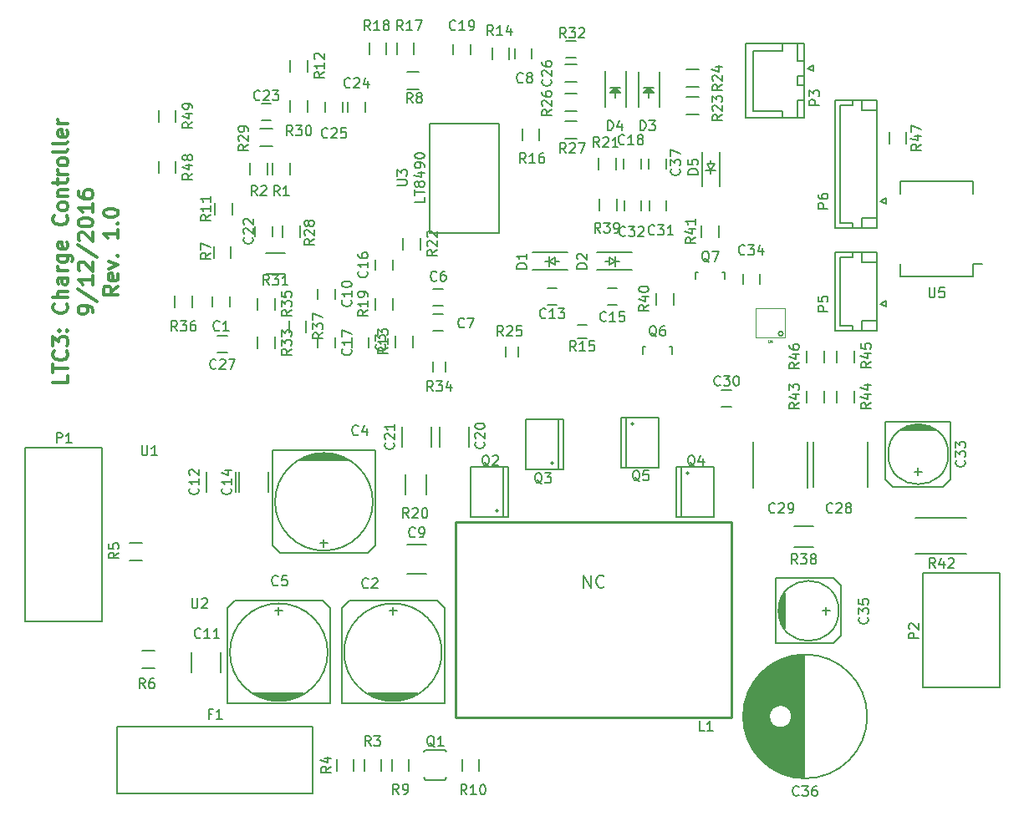
<source format=gbr>
G04 #@! TF.FileFunction,Legend,Top*
%FSLAX46Y46*%
G04 Gerber Fmt 4.6, Leading zero omitted, Abs format (unit mm)*
G04 Created by KiCad (PCBNEW (2016-05-27 BZR 6836, Git 4441a4b)-product) date 09/15/16 12:13:09*
%MOMM*%
%LPD*%
G01*
G04 APERTURE LIST*
%ADD10C,0.100000*%
%ADD11C,0.300000*%
%ADD12C,0.150000*%
%ADD13C,0.254000*%
%ADD14C,0.062500*%
%ADD15C,0.203200*%
G04 APERTURE END LIST*
D10*
D11*
X99034571Y-99736714D02*
X99034571Y-100451000D01*
X97534571Y-100451000D01*
X97534571Y-99451000D02*
X97534571Y-98593857D01*
X99034571Y-99022428D02*
X97534571Y-99022428D01*
X98891714Y-97236714D02*
X98963142Y-97308142D01*
X99034571Y-97522428D01*
X99034571Y-97665285D01*
X98963142Y-97879571D01*
X98820285Y-98022428D01*
X98677428Y-98093857D01*
X98391714Y-98165285D01*
X98177428Y-98165285D01*
X97891714Y-98093857D01*
X97748857Y-98022428D01*
X97606000Y-97879571D01*
X97534571Y-97665285D01*
X97534571Y-97522428D01*
X97606000Y-97308142D01*
X97677428Y-97236714D01*
X97534571Y-96736714D02*
X97534571Y-95808142D01*
X98106000Y-96308142D01*
X98106000Y-96093857D01*
X98177428Y-95951000D01*
X98248857Y-95879571D01*
X98391714Y-95808142D01*
X98748857Y-95808142D01*
X98891714Y-95879571D01*
X98963142Y-95951000D01*
X99034571Y-96093857D01*
X99034571Y-96522428D01*
X98963142Y-96665285D01*
X98891714Y-96736714D01*
X98891714Y-95165285D02*
X98963142Y-95093857D01*
X99034571Y-95165285D01*
X98963142Y-95236714D01*
X98891714Y-95165285D01*
X99034571Y-95165285D01*
X98106000Y-95165285D02*
X98177428Y-95093857D01*
X98248857Y-95165285D01*
X98177428Y-95236714D01*
X98106000Y-95165285D01*
X98248857Y-95165285D01*
X98891714Y-92451000D02*
X98963142Y-92522428D01*
X99034571Y-92736714D01*
X99034571Y-92879571D01*
X98963142Y-93093857D01*
X98820285Y-93236714D01*
X98677428Y-93308142D01*
X98391714Y-93379571D01*
X98177428Y-93379571D01*
X97891714Y-93308142D01*
X97748857Y-93236714D01*
X97606000Y-93093857D01*
X97534571Y-92879571D01*
X97534571Y-92736714D01*
X97606000Y-92522428D01*
X97677428Y-92451000D01*
X99034571Y-91808142D02*
X97534571Y-91808142D01*
X99034571Y-91165285D02*
X98248857Y-91165285D01*
X98106000Y-91236714D01*
X98034571Y-91379571D01*
X98034571Y-91593857D01*
X98106000Y-91736714D01*
X98177428Y-91808142D01*
X99034571Y-89808142D02*
X98248857Y-89808142D01*
X98106000Y-89879571D01*
X98034571Y-90022428D01*
X98034571Y-90308142D01*
X98106000Y-90451000D01*
X98963142Y-89808142D02*
X99034571Y-89951000D01*
X99034571Y-90308142D01*
X98963142Y-90451000D01*
X98820285Y-90522428D01*
X98677428Y-90522428D01*
X98534571Y-90451000D01*
X98463142Y-90308142D01*
X98463142Y-89951000D01*
X98391714Y-89808142D01*
X99034571Y-89093857D02*
X98034571Y-89093857D01*
X98320285Y-89093857D02*
X98177428Y-89022428D01*
X98106000Y-88951000D01*
X98034571Y-88808142D01*
X98034571Y-88665285D01*
X98034571Y-87522428D02*
X99248857Y-87522428D01*
X99391714Y-87593857D01*
X99463142Y-87665285D01*
X99534571Y-87808142D01*
X99534571Y-88022428D01*
X99463142Y-88165285D01*
X98963142Y-87522428D02*
X99034571Y-87665285D01*
X99034571Y-87951000D01*
X98963142Y-88093857D01*
X98891714Y-88165285D01*
X98748857Y-88236714D01*
X98320285Y-88236714D01*
X98177428Y-88165285D01*
X98106000Y-88093857D01*
X98034571Y-87951000D01*
X98034571Y-87665285D01*
X98106000Y-87522428D01*
X98963142Y-86236714D02*
X99034571Y-86379571D01*
X99034571Y-86665285D01*
X98963142Y-86808142D01*
X98820285Y-86879571D01*
X98248857Y-86879571D01*
X98106000Y-86808142D01*
X98034571Y-86665285D01*
X98034571Y-86379571D01*
X98106000Y-86236714D01*
X98248857Y-86165285D01*
X98391714Y-86165285D01*
X98534571Y-86879571D01*
X98891714Y-83522428D02*
X98963142Y-83593857D01*
X99034571Y-83808142D01*
X99034571Y-83951000D01*
X98963142Y-84165285D01*
X98820285Y-84308142D01*
X98677428Y-84379571D01*
X98391714Y-84451000D01*
X98177428Y-84451000D01*
X97891714Y-84379571D01*
X97748857Y-84308142D01*
X97606000Y-84165285D01*
X97534571Y-83951000D01*
X97534571Y-83808142D01*
X97606000Y-83593857D01*
X97677428Y-83522428D01*
X99034571Y-82665285D02*
X98963142Y-82808142D01*
X98891714Y-82879571D01*
X98748857Y-82951000D01*
X98320285Y-82951000D01*
X98177428Y-82879571D01*
X98106000Y-82808142D01*
X98034571Y-82665285D01*
X98034571Y-82451000D01*
X98106000Y-82308142D01*
X98177428Y-82236714D01*
X98320285Y-82165285D01*
X98748857Y-82165285D01*
X98891714Y-82236714D01*
X98963142Y-82308142D01*
X99034571Y-82451000D01*
X99034571Y-82665285D01*
X98034571Y-81522428D02*
X99034571Y-81522428D01*
X98177428Y-81522428D02*
X98106000Y-81451000D01*
X98034571Y-81308142D01*
X98034571Y-81093857D01*
X98106000Y-80951000D01*
X98248857Y-80879571D01*
X99034571Y-80879571D01*
X98034571Y-80379571D02*
X98034571Y-79808142D01*
X97534571Y-80165285D02*
X98820285Y-80165285D01*
X98963142Y-80093857D01*
X99034571Y-79951000D01*
X99034571Y-79808142D01*
X99034571Y-79308142D02*
X98034571Y-79308142D01*
X98320285Y-79308142D02*
X98177428Y-79236714D01*
X98106000Y-79165285D01*
X98034571Y-79022428D01*
X98034571Y-78879571D01*
X99034571Y-78165285D02*
X98963142Y-78308142D01*
X98891714Y-78379571D01*
X98748857Y-78451000D01*
X98320285Y-78451000D01*
X98177428Y-78379571D01*
X98106000Y-78308142D01*
X98034571Y-78165285D01*
X98034571Y-77951000D01*
X98106000Y-77808142D01*
X98177428Y-77736714D01*
X98320285Y-77665285D01*
X98748857Y-77665285D01*
X98891714Y-77736714D01*
X98963142Y-77808142D01*
X99034571Y-77951000D01*
X99034571Y-78165285D01*
X99034571Y-76808142D02*
X98963142Y-76951000D01*
X98820285Y-77022428D01*
X97534571Y-77022428D01*
X99034571Y-76022428D02*
X98963142Y-76165285D01*
X98820285Y-76236714D01*
X97534571Y-76236714D01*
X98963142Y-74879571D02*
X99034571Y-75022428D01*
X99034571Y-75308142D01*
X98963142Y-75451000D01*
X98820285Y-75522428D01*
X98248857Y-75522428D01*
X98106000Y-75451000D01*
X98034571Y-75308142D01*
X98034571Y-75022428D01*
X98106000Y-74879571D01*
X98248857Y-74808142D01*
X98391714Y-74808142D01*
X98534571Y-75522428D01*
X99034571Y-74165285D02*
X98034571Y-74165285D01*
X98320285Y-74165285D02*
X98177428Y-74093857D01*
X98106000Y-74022428D01*
X98034571Y-73879571D01*
X98034571Y-73736714D01*
X101584571Y-93343857D02*
X101584571Y-93058142D01*
X101513142Y-92915285D01*
X101441714Y-92843857D01*
X101227428Y-92701000D01*
X100941714Y-92629571D01*
X100370285Y-92629571D01*
X100227428Y-92701000D01*
X100156000Y-92772428D01*
X100084571Y-92915285D01*
X100084571Y-93201000D01*
X100156000Y-93343857D01*
X100227428Y-93415285D01*
X100370285Y-93486714D01*
X100727428Y-93486714D01*
X100870285Y-93415285D01*
X100941714Y-93343857D01*
X101013142Y-93201000D01*
X101013142Y-92915285D01*
X100941714Y-92772428D01*
X100870285Y-92701000D01*
X100727428Y-92629571D01*
X100013142Y-90915285D02*
X101941714Y-92201000D01*
X101584571Y-89629571D02*
X101584571Y-90486714D01*
X101584571Y-90058142D02*
X100084571Y-90058142D01*
X100298857Y-90201000D01*
X100441714Y-90343857D01*
X100513142Y-90486714D01*
X100227428Y-89058142D02*
X100156000Y-88986714D01*
X100084571Y-88843857D01*
X100084571Y-88486714D01*
X100156000Y-88343857D01*
X100227428Y-88272428D01*
X100370285Y-88201000D01*
X100513142Y-88201000D01*
X100727428Y-88272428D01*
X101584571Y-89129571D01*
X101584571Y-88201000D01*
X100013142Y-86486714D02*
X101941714Y-87772428D01*
X100227428Y-86058142D02*
X100156000Y-85986714D01*
X100084571Y-85843857D01*
X100084571Y-85486714D01*
X100156000Y-85343857D01*
X100227428Y-85272428D01*
X100370285Y-85201000D01*
X100513142Y-85201000D01*
X100727428Y-85272428D01*
X101584571Y-86129571D01*
X101584571Y-85201000D01*
X100084571Y-84272428D02*
X100084571Y-84129571D01*
X100156000Y-83986714D01*
X100227428Y-83915285D01*
X100370285Y-83843857D01*
X100656000Y-83772428D01*
X101013142Y-83772428D01*
X101298857Y-83843857D01*
X101441714Y-83915285D01*
X101513142Y-83986714D01*
X101584571Y-84129571D01*
X101584571Y-84272428D01*
X101513142Y-84415285D01*
X101441714Y-84486714D01*
X101298857Y-84558142D01*
X101013142Y-84629571D01*
X100656000Y-84629571D01*
X100370285Y-84558142D01*
X100227428Y-84486714D01*
X100156000Y-84415285D01*
X100084571Y-84272428D01*
X101584571Y-82343857D02*
X101584571Y-83201000D01*
X101584571Y-82772428D02*
X100084571Y-82772428D01*
X100298857Y-82915285D01*
X100441714Y-83058142D01*
X100513142Y-83201000D01*
X100084571Y-81058142D02*
X100084571Y-81343857D01*
X100156000Y-81486714D01*
X100227428Y-81558142D01*
X100441714Y-81701000D01*
X100727428Y-81772428D01*
X101298857Y-81772428D01*
X101441714Y-81701000D01*
X101513142Y-81629571D01*
X101584571Y-81486714D01*
X101584571Y-81201000D01*
X101513142Y-81058142D01*
X101441714Y-80986714D01*
X101298857Y-80915285D01*
X100941714Y-80915285D01*
X100798857Y-80986714D01*
X100727428Y-81058142D01*
X100656000Y-81201000D01*
X100656000Y-81486714D01*
X100727428Y-81629571D01*
X100798857Y-81701000D01*
X100941714Y-81772428D01*
X104134571Y-90665285D02*
X103420285Y-91165285D01*
X104134571Y-91522428D02*
X102634571Y-91522428D01*
X102634571Y-90951000D01*
X102706000Y-90808142D01*
X102777428Y-90736714D01*
X102920285Y-90665285D01*
X103134571Y-90665285D01*
X103277428Y-90736714D01*
X103348857Y-90808142D01*
X103420285Y-90951000D01*
X103420285Y-91522428D01*
X104063142Y-89451000D02*
X104134571Y-89593857D01*
X104134571Y-89879571D01*
X104063142Y-90022428D01*
X103920285Y-90093857D01*
X103348857Y-90093857D01*
X103206000Y-90022428D01*
X103134571Y-89879571D01*
X103134571Y-89593857D01*
X103206000Y-89451000D01*
X103348857Y-89379571D01*
X103491714Y-89379571D01*
X103634571Y-90093857D01*
X103134571Y-88879571D02*
X104134571Y-88522428D01*
X103134571Y-88165285D01*
X103991714Y-87593857D02*
X104063142Y-87522428D01*
X104134571Y-87593857D01*
X104063142Y-87665285D01*
X103991714Y-87593857D01*
X104134571Y-87593857D01*
X104134571Y-84951000D02*
X104134571Y-85808142D01*
X104134571Y-85379571D02*
X102634571Y-85379571D01*
X102848857Y-85522428D01*
X102991714Y-85665285D01*
X103063142Y-85808142D01*
X103991714Y-84308142D02*
X104063142Y-84236714D01*
X104134571Y-84308142D01*
X104063142Y-84379571D01*
X103991714Y-84308142D01*
X104134571Y-84308142D01*
X102634571Y-83308142D02*
X102634571Y-83165285D01*
X102706000Y-83022428D01*
X102777428Y-82951000D01*
X102920285Y-82879571D01*
X103206000Y-82808142D01*
X103563142Y-82808142D01*
X103848857Y-82879571D01*
X103991714Y-82951000D01*
X104063142Y-83022428D01*
X104134571Y-83165285D01*
X104134571Y-83308142D01*
X104063142Y-83451000D01*
X103991714Y-83522428D01*
X103848857Y-83593857D01*
X103563142Y-83665285D01*
X103206000Y-83665285D01*
X102920285Y-83593857D01*
X102777428Y-83522428D01*
X102706000Y-83451000D01*
X102634571Y-83308142D01*
D12*
X176762000Y-84742000D02*
X180962000Y-84742000D01*
X180962000Y-84742000D02*
X180962000Y-71842000D01*
X180962000Y-71842000D02*
X176762000Y-71842000D01*
X176762000Y-71842000D02*
X176762000Y-84742000D01*
X178562000Y-84742000D02*
X178562000Y-84242000D01*
X178562000Y-84242000D02*
X177262000Y-84242000D01*
X177262000Y-84242000D02*
X177262000Y-72342000D01*
X177262000Y-72342000D02*
X178562000Y-72342000D01*
X178562000Y-72342000D02*
X178562000Y-71842000D01*
X179462000Y-84742000D02*
X179462000Y-83742000D01*
X179462000Y-83742000D02*
X180962000Y-83742000D01*
X179462000Y-71842000D02*
X179462000Y-72842000D01*
X179462000Y-72842000D02*
X180962000Y-72842000D01*
X181312000Y-82042000D02*
X181912000Y-82342000D01*
X181912000Y-82342000D02*
X181912000Y-81742000D01*
X181912000Y-81742000D02*
X181312000Y-82042000D01*
X123862000Y-142078000D02*
X104050000Y-142078000D01*
X123862000Y-135347000D02*
X123862000Y-142078000D01*
X104050000Y-135347000D02*
X123862000Y-135347000D01*
X104050000Y-142078000D02*
X104050000Y-135347000D01*
X173631000Y-140526000D02*
X173631000Y-128026000D01*
X173491000Y-140522000D02*
X173491000Y-128030000D01*
X173351000Y-140516000D02*
X173351000Y-128036000D01*
X173211000Y-140506000D02*
X173211000Y-128046000D01*
X173071000Y-140494000D02*
X173071000Y-128058000D01*
X172931000Y-140478000D02*
X172931000Y-128074000D01*
X172791000Y-140459000D02*
X172791000Y-128093000D01*
X172651000Y-140436000D02*
X172651000Y-128116000D01*
X172511000Y-140411000D02*
X172511000Y-128141000D01*
X172371000Y-140382000D02*
X172371000Y-128170000D01*
X172231000Y-140349000D02*
X172231000Y-134797000D01*
X172231000Y-133755000D02*
X172231000Y-128203000D01*
X172091000Y-140314000D02*
X172091000Y-135010000D01*
X172091000Y-133542000D02*
X172091000Y-128238000D01*
X171951000Y-140275000D02*
X171951000Y-135152000D01*
X171951000Y-133400000D02*
X171951000Y-128277000D01*
X171811000Y-140232000D02*
X171811000Y-135254000D01*
X171811000Y-133298000D02*
X171811000Y-128320000D01*
X171671000Y-140185000D02*
X171671000Y-135328000D01*
X171671000Y-133224000D02*
X171671000Y-128367000D01*
X171531000Y-140135000D02*
X171531000Y-135379000D01*
X171531000Y-133173000D02*
X171531000Y-128417000D01*
X171391000Y-140081000D02*
X171391000Y-135411000D01*
X171391000Y-133141000D02*
X171391000Y-128471000D01*
X171251000Y-140024000D02*
X171251000Y-135425000D01*
X171251000Y-133127000D02*
X171251000Y-128528000D01*
X171111000Y-139962000D02*
X171111000Y-135422000D01*
X171111000Y-133130000D02*
X171111000Y-128590000D01*
X170971000Y-139896000D02*
X170971000Y-135402000D01*
X170971000Y-133150000D02*
X170971000Y-128656000D01*
X170831000Y-139825000D02*
X170831000Y-135363000D01*
X170831000Y-133189000D02*
X170831000Y-128727000D01*
X170691000Y-139751000D02*
X170691000Y-135304000D01*
X170691000Y-133248000D02*
X170691000Y-128801000D01*
X170551000Y-139671000D02*
X170551000Y-135221000D01*
X170551000Y-133331000D02*
X170551000Y-128881000D01*
X170411000Y-139587000D02*
X170411000Y-135107000D01*
X170411000Y-133445000D02*
X170411000Y-128965000D01*
X170271000Y-139497000D02*
X170271000Y-134946000D01*
X170271000Y-133606000D02*
X170271000Y-129055000D01*
X170131000Y-139403000D02*
X170131000Y-134685000D01*
X170131000Y-133867000D02*
X170131000Y-129149000D01*
X169991000Y-139302000D02*
X169991000Y-129250000D01*
X169851000Y-139195000D02*
X169851000Y-129357000D01*
X169711000Y-139083000D02*
X169711000Y-129469000D01*
X169571000Y-138963000D02*
X169571000Y-129589000D01*
X169431000Y-138835000D02*
X169431000Y-129717000D01*
X169291000Y-138700000D02*
X169291000Y-129852000D01*
X169151000Y-138556000D02*
X169151000Y-129996000D01*
X169011000Y-138401000D02*
X169011000Y-130151000D01*
X168871000Y-138236000D02*
X168871000Y-130316000D01*
X168731000Y-138059000D02*
X168731000Y-130493000D01*
X168591000Y-137868000D02*
X168591000Y-130684000D01*
X168451000Y-137659000D02*
X168451000Y-130893000D01*
X168311000Y-137431000D02*
X168311000Y-131121000D01*
X168171000Y-137179000D02*
X168171000Y-131373000D01*
X168031000Y-136895000D02*
X168031000Y-131657000D01*
X167891000Y-136567000D02*
X167891000Y-131985000D01*
X167751000Y-136173000D02*
X167751000Y-132379000D01*
X167611000Y-135659000D02*
X167611000Y-132893000D01*
X167471000Y-134709000D02*
X167471000Y-133843000D01*
X172356000Y-134276000D02*
G75*
G03X172356000Y-134276000I-1150000J0D01*
G01*
X179993500Y-134276000D02*
G75*
G03X179993500Y-134276000I-6287500J0D01*
G01*
X115404000Y-92702000D02*
X115404000Y-91702000D01*
X113704000Y-91702000D02*
X113704000Y-92702000D01*
X129501000Y-96893000D02*
X129501000Y-95893000D01*
X127801000Y-95893000D02*
X127801000Y-96893000D01*
X137050400Y-90945600D02*
X136050400Y-90945600D01*
X136050400Y-92645600D02*
X137050400Y-92645600D01*
X137025000Y-93511000D02*
X136025000Y-93511000D01*
X136025000Y-95211000D02*
X137025000Y-95211000D01*
X144311000Y-66556000D02*
X144311000Y-67556000D01*
X146011000Y-67556000D02*
X146011000Y-66556000D01*
X126072000Y-91940000D02*
X126072000Y-90940000D01*
X124372000Y-90940000D02*
X124372000Y-91940000D01*
X147582000Y-92544000D02*
X148582000Y-92544000D01*
X148582000Y-90844000D02*
X147582000Y-90844000D01*
X153678000Y-92544000D02*
X154678000Y-92544000D01*
X154678000Y-90844000D02*
X153678000Y-90844000D01*
X130214000Y-88019000D02*
X130214000Y-89019000D01*
X131914000Y-89019000D02*
X131914000Y-88019000D01*
X126072000Y-96893000D02*
X126072000Y-95893000D01*
X124372000Y-95893000D02*
X124372000Y-96893000D01*
X157060000Y-78732000D02*
X157060000Y-77732000D01*
X155360000Y-77732000D02*
X155360000Y-78732000D01*
X138088000Y-66175000D02*
X138088000Y-67175000D01*
X139788000Y-67175000D02*
X139788000Y-66175000D01*
X119722000Y-85590000D02*
X119722000Y-84590000D01*
X118022000Y-84590000D02*
X118022000Y-85590000D01*
X118626000Y-73875000D02*
X119626000Y-73875000D01*
X119626000Y-72175000D02*
X118626000Y-72175000D01*
X127420000Y-72017000D02*
X127420000Y-73017000D01*
X129120000Y-73017000D02*
X129120000Y-72017000D01*
X125134000Y-72017000D02*
X125134000Y-73017000D01*
X126834000Y-73017000D02*
X126834000Y-72017000D01*
X149487000Y-67525000D02*
X150487000Y-67525000D01*
X150487000Y-65825000D02*
X149487000Y-65825000D01*
X114181000Y-97370000D02*
X115181000Y-97370000D01*
X115181000Y-95670000D02*
X114181000Y-95670000D01*
X166256000Y-101226000D02*
X165256000Y-101226000D01*
X165256000Y-102926000D02*
X166256000Y-102926000D01*
X159606000Y-82976000D02*
X159606000Y-81976000D01*
X157906000Y-81976000D02*
X157906000Y-82976000D01*
X155406000Y-81976000D02*
X155406000Y-82976000D01*
X157106000Y-82976000D02*
X157106000Y-81976000D01*
X167425000Y-89416000D02*
X167425000Y-90416000D01*
X169125000Y-90416000D02*
X169125000Y-89416000D01*
X148399500Y-88138000D02*
X148780500Y-88138000D01*
X147383500Y-88138000D02*
X147764500Y-88138000D01*
X147764500Y-88138000D02*
X148399500Y-87757000D01*
X148399500Y-87757000D02*
X148399500Y-88519000D01*
X148399500Y-88519000D02*
X147764500Y-88138000D01*
X147764500Y-87630000D02*
X147764500Y-88646000D01*
X146082000Y-89038000D02*
X149622000Y-89038000D01*
X146082000Y-87238000D02*
X149622000Y-87238000D01*
X153860500Y-88138000D02*
X153479500Y-88138000D01*
X154876500Y-88138000D02*
X154495500Y-88138000D01*
X154495500Y-88138000D02*
X153860500Y-88519000D01*
X153860500Y-88519000D02*
X153860500Y-87757000D01*
X153860500Y-87757000D02*
X154495500Y-88138000D01*
X154495500Y-88646000D02*
X154495500Y-87630000D01*
X156178000Y-87238000D02*
X152638000Y-87238000D01*
X156178000Y-89038000D02*
X152638000Y-89038000D01*
X137170000Y-140692000D02*
X135270000Y-140692000D01*
X135270000Y-140692000D02*
X135070000Y-140492000D01*
X137370000Y-140492000D02*
X137170000Y-140692000D01*
X137370000Y-137892000D02*
X137170000Y-137692000D01*
X137170000Y-137692000D02*
X135270000Y-137692000D01*
X135270000Y-137692000D02*
X135070000Y-137892000D01*
X142621000Y-113411000D02*
G75*
G03X142621000Y-113411000I-127000J0D01*
G01*
X143129000Y-114046000D02*
X143129000Y-108966000D01*
X139827000Y-114046000D02*
X139827000Y-108966000D01*
X143637000Y-114046000D02*
X143637000Y-108966000D01*
X143637000Y-114046000D02*
X139827000Y-114046000D01*
X143637000Y-108966000D02*
X139827000Y-108966000D01*
X148209000Y-108585000D02*
G75*
G03X148209000Y-108585000I-127000J0D01*
G01*
X148717000Y-109220000D02*
X148717000Y-104140000D01*
X145415000Y-109220000D02*
X145415000Y-104140000D01*
X149225000Y-109220000D02*
X149225000Y-104140000D01*
X149225000Y-109220000D02*
X145415000Y-109220000D01*
X149225000Y-104140000D02*
X145415000Y-104140000D01*
X161925000Y-109601000D02*
G75*
G03X161925000Y-109601000I-127000J0D01*
G01*
X161163000Y-108966000D02*
X161163000Y-114046000D01*
X164465000Y-108966000D02*
X164465000Y-114046000D01*
X160655000Y-108966000D02*
X160655000Y-114046000D01*
X160655000Y-108966000D02*
X164465000Y-108966000D01*
X160655000Y-114046000D02*
X164465000Y-114046000D01*
X156337000Y-104648000D02*
G75*
G03X156337000Y-104648000I-127000J0D01*
G01*
X155575000Y-104013000D02*
X155575000Y-109093000D01*
X158877000Y-104013000D02*
X158877000Y-109093000D01*
X155067000Y-104013000D02*
X155067000Y-109093000D01*
X155067000Y-104013000D02*
X158877000Y-104013000D01*
X155067000Y-109093000D02*
X158877000Y-109093000D01*
X165383160Y-89265760D02*
X165334900Y-89265760D01*
X162584180Y-89966800D02*
X162584180Y-89265760D01*
X162584180Y-89265760D02*
X162833100Y-89265760D01*
X165383160Y-89265760D02*
X165583820Y-89265760D01*
X165583820Y-89265760D02*
X165583820Y-89966800D01*
X121525000Y-78140000D02*
X121525000Y-79340000D01*
X119775000Y-79340000D02*
X119775000Y-78140000D01*
X117489000Y-79340000D02*
X117489000Y-78140000D01*
X119239000Y-78140000D02*
X119239000Y-79340000D01*
X129045000Y-139792000D02*
X129045000Y-138592000D01*
X130795000Y-138592000D02*
X130795000Y-139792000D01*
X126251000Y-139792000D02*
X126251000Y-138592000D01*
X128001000Y-138592000D02*
X128001000Y-139792000D01*
X113806000Y-87849000D02*
X113806000Y-86649000D01*
X115556000Y-86649000D02*
X115556000Y-87849000D01*
X134585000Y-70725000D02*
X133385000Y-70725000D01*
X133385000Y-68975000D02*
X134585000Y-68975000D01*
X131839000Y-139792000D02*
X131839000Y-138592000D01*
X133589000Y-138592000D02*
X133589000Y-139792000D01*
X138951000Y-139792000D02*
X138951000Y-138592000D01*
X140701000Y-138592000D02*
X140701000Y-139792000D01*
X113933000Y-83404000D02*
X113933000Y-82204000D01*
X115683000Y-82204000D02*
X115683000Y-83404000D01*
X121553000Y-68926000D02*
X121553000Y-67726000D01*
X123303000Y-67726000D02*
X123303000Y-68926000D01*
X133971000Y-95666000D02*
X133971000Y-96866000D01*
X132221000Y-96866000D02*
X132221000Y-95666000D01*
X143750000Y-66456000D02*
X143750000Y-67656000D01*
X142000000Y-67656000D02*
X142000000Y-66456000D01*
X146798000Y-74711000D02*
X146798000Y-75911000D01*
X145048000Y-75911000D02*
X145048000Y-74711000D01*
X132348000Y-67148000D02*
X132348000Y-65948000D01*
X134098000Y-65948000D02*
X134098000Y-67148000D01*
X131304000Y-65948000D02*
X131304000Y-67148000D01*
X129554000Y-67148000D02*
X129554000Y-65948000D01*
X131939000Y-91856000D02*
X131939000Y-93056000D01*
X130189000Y-93056000D02*
X130189000Y-91856000D01*
X152795000Y-78832000D02*
X152795000Y-77632000D01*
X154545000Y-77632000D02*
X154545000Y-78832000D01*
X132983000Y-86960000D02*
X132983000Y-85760000D01*
X134733000Y-85760000D02*
X134733000Y-86960000D01*
X161706000Y-71515000D02*
X162906000Y-71515000D01*
X162906000Y-73265000D02*
X161706000Y-73265000D01*
X161706000Y-68721000D02*
X162906000Y-68721000D01*
X162906000Y-70471000D02*
X161706000Y-70471000D01*
X150587000Y-72884000D02*
X149387000Y-72884000D01*
X149387000Y-71134000D02*
X150587000Y-71134000D01*
X150587000Y-75678000D02*
X149387000Y-75678000D01*
X149387000Y-73928000D02*
X150587000Y-73928000D01*
X120791000Y-85690000D02*
X120791000Y-84490000D01*
X122541000Y-84490000D02*
X122541000Y-85690000D01*
X118526000Y-74690000D02*
X119726000Y-74690000D01*
X119726000Y-76440000D02*
X118526000Y-76440000D01*
X123303000Y-71790000D02*
X123303000Y-72990000D01*
X121553000Y-72990000D02*
X121553000Y-71790000D01*
X150587000Y-69963000D02*
X149387000Y-69963000D01*
X149387000Y-68213000D02*
X150587000Y-68213000D01*
X118251000Y-96993000D02*
X118251000Y-95793000D01*
X120001000Y-95793000D02*
X120001000Y-96993000D01*
X118251000Y-93056000D02*
X118251000Y-91856000D01*
X120001000Y-91856000D02*
X120001000Y-93056000D01*
X111619000Y-91602000D02*
X111619000Y-92802000D01*
X109869000Y-92802000D02*
X109869000Y-91602000D01*
X121426000Y-95342000D02*
X121426000Y-94142000D01*
X123176000Y-94142000D02*
X123176000Y-95342000D01*
X152881000Y-82976000D02*
X152881000Y-81776000D01*
X154631000Y-81776000D02*
X154631000Y-82976000D01*
X160387000Y-91348000D02*
X160387000Y-92548000D01*
X158637000Y-92548000D02*
X158637000Y-91348000D01*
X164959000Y-84490000D02*
X164959000Y-85690000D01*
X163209000Y-85690000D02*
X163209000Y-84490000D01*
X139192000Y-74221360D02*
X135691880Y-74221360D01*
X135691880Y-74221360D02*
X135691880Y-85275440D01*
X135691880Y-85275440D02*
X142692120Y-85275440D01*
X142692120Y-85275440D02*
X142692120Y-74221360D01*
X142692120Y-74221360D02*
X139192000Y-74221360D01*
X171458254Y-95471000D02*
G75*
G03X171458254Y-95471000I-228254J0D01*
G01*
D10*
X168677500Y-95863500D02*
X168677500Y-92863500D01*
X168677500Y-92863500D02*
X171677500Y-92863500D01*
X171677500Y-92863500D02*
X171677500Y-95863500D01*
X171677500Y-95863500D02*
X168677500Y-95863500D01*
D13*
X138303000Y-134366000D02*
X138303000Y-114554000D01*
X166243000Y-134366000D02*
X138303000Y-134366000D01*
X166243000Y-114554000D02*
X166243000Y-134366000D01*
X138303000Y-114554000D02*
X166243000Y-114554000D01*
D12*
X156836400Y-68919200D02*
X156836400Y-72519200D01*
X158936400Y-68919200D02*
X158936400Y-72519200D01*
X158186400Y-70969200D02*
X157586400Y-70969200D01*
X157586400Y-70969200D02*
X157886400Y-70669200D01*
X157886400Y-70669200D02*
X158086400Y-70869200D01*
X158086400Y-70869200D02*
X157836400Y-70869200D01*
X157836400Y-70869200D02*
X157886400Y-70819200D01*
X158386400Y-70569200D02*
X157386400Y-70569200D01*
X157886400Y-71069200D02*
X157886400Y-71569200D01*
X157886400Y-70569200D02*
X158386400Y-71069200D01*
X158386400Y-71069200D02*
X157386400Y-71069200D01*
X157386400Y-71069200D02*
X157886400Y-70569200D01*
X153432800Y-68868400D02*
X153432800Y-72468400D01*
X155532800Y-68868400D02*
X155532800Y-72468400D01*
X154782800Y-70918400D02*
X154182800Y-70918400D01*
X154182800Y-70918400D02*
X154482800Y-70618400D01*
X154482800Y-70618400D02*
X154682800Y-70818400D01*
X154682800Y-70818400D02*
X154432800Y-70818400D01*
X154432800Y-70818400D02*
X154482800Y-70768400D01*
X154982800Y-70518400D02*
X153982800Y-70518400D01*
X154482800Y-71018400D02*
X154482800Y-71518400D01*
X154482800Y-70518400D02*
X154982800Y-71018400D01*
X154982800Y-71018400D02*
X153982800Y-71018400D01*
X153982800Y-71018400D02*
X154482800Y-70518400D01*
X151630000Y-95925000D02*
X150630000Y-95925000D01*
X150630000Y-94575000D02*
X151630000Y-94575000D01*
X144693000Y-96782000D02*
X144693000Y-97782000D01*
X143343000Y-97782000D02*
X143343000Y-96782000D01*
X137327000Y-98306000D02*
X137327000Y-99306000D01*
X135977000Y-99306000D02*
X135977000Y-98306000D01*
X157900000Y-77732000D02*
X157900000Y-78732000D01*
X159600000Y-78732000D02*
X159600000Y-77732000D01*
X175627000Y-101254000D02*
X175627000Y-102454000D01*
X173877000Y-102454000D02*
X173877000Y-101254000D01*
X176925000Y-102454000D02*
X176925000Y-101254000D01*
X178675000Y-101254000D02*
X178675000Y-102454000D01*
X178675000Y-97190000D02*
X178675000Y-98390000D01*
X176925000Y-98390000D02*
X176925000Y-97190000D01*
X175627000Y-97190000D02*
X175627000Y-98390000D01*
X173877000Y-98390000D02*
X173877000Y-97190000D01*
X132972000Y-132602500D02*
X130940000Y-132602500D01*
X130559000Y-132475500D02*
X133480000Y-132475500D01*
X133734000Y-132348500D02*
X130178000Y-132348500D01*
X129797000Y-132221500D02*
X134115000Y-132221500D01*
X134369000Y-132094500D02*
X129543000Y-132094500D01*
X129416000Y-131967500D02*
X134496000Y-131967500D01*
X126749000Y-132983500D02*
X137163000Y-132983500D01*
X137163000Y-132983500D02*
X137163000Y-123331500D01*
X137163000Y-123331500D02*
X136401000Y-122569500D01*
X136401000Y-122569500D02*
X127511000Y-122569500D01*
X127511000Y-122569500D02*
X126749000Y-123331500D01*
X126749000Y-123331500D02*
X126749000Y-132983500D01*
X131956000Y-123204500D02*
X131956000Y-123966500D01*
X131575000Y-123585500D02*
X132337000Y-123585500D01*
X136909000Y-127776500D02*
G75*
G03X136909000Y-127776500I-4953000J0D01*
G01*
X123952000Y-107696000D02*
X125984000Y-107696000D01*
X126365000Y-107823000D02*
X123444000Y-107823000D01*
X123190000Y-107950000D02*
X126746000Y-107950000D01*
X127127000Y-108077000D02*
X122809000Y-108077000D01*
X122555000Y-108204000D02*
X127381000Y-108204000D01*
X127508000Y-108331000D02*
X122428000Y-108331000D01*
X130175000Y-107315000D02*
X119761000Y-107315000D01*
X119761000Y-107315000D02*
X119761000Y-116967000D01*
X119761000Y-116967000D02*
X120523000Y-117729000D01*
X120523000Y-117729000D02*
X129413000Y-117729000D01*
X129413000Y-117729000D02*
X130175000Y-116967000D01*
X130175000Y-116967000D02*
X130175000Y-107315000D01*
X124968000Y-117094000D02*
X124968000Y-116332000D01*
X125349000Y-116713000D02*
X124587000Y-116713000D01*
X129921000Y-112522000D02*
G75*
G03X129921000Y-112522000I-4953000J0D01*
G01*
X121412000Y-132602500D02*
X119380000Y-132602500D01*
X118999000Y-132475500D02*
X121920000Y-132475500D01*
X122174000Y-132348500D02*
X118618000Y-132348500D01*
X118237000Y-132221500D02*
X122555000Y-132221500D01*
X122809000Y-132094500D02*
X117983000Y-132094500D01*
X117856000Y-131967500D02*
X122936000Y-131967500D01*
X115189000Y-132983500D02*
X125603000Y-132983500D01*
X125603000Y-132983500D02*
X125603000Y-123331500D01*
X125603000Y-123331500D02*
X124841000Y-122569500D01*
X124841000Y-122569500D02*
X115951000Y-122569500D01*
X115951000Y-122569500D02*
X115189000Y-123331500D01*
X115189000Y-123331500D02*
X115189000Y-132983500D01*
X120396000Y-123204500D02*
X120396000Y-123966500D01*
X120015000Y-123585500D02*
X120777000Y-123585500D01*
X125349000Y-127776500D02*
G75*
G03X125349000Y-127776500I-4953000J0D01*
G01*
X135366000Y-116889000D02*
X133366000Y-116889000D01*
X133366000Y-119839000D02*
X135366000Y-119839000D01*
X114505000Y-129778000D02*
X114505000Y-127778000D01*
X111555000Y-127778000D02*
X111555000Y-129778000D01*
X113079000Y-109514000D02*
X113079000Y-111514000D01*
X116029000Y-111514000D02*
X116029000Y-109514000D01*
X116381000Y-109514000D02*
X116381000Y-111514000D01*
X119331000Y-111514000D02*
X119331000Y-109514000D01*
X136701000Y-104918000D02*
X136701000Y-106918000D01*
X139651000Y-106918000D02*
X139651000Y-104918000D01*
X132891000Y-104918000D02*
X132891000Y-106918000D01*
X135841000Y-106918000D02*
X135841000Y-104918000D01*
X174567000Y-106412000D02*
X174567000Y-111012000D01*
X180017000Y-111012000D02*
X180017000Y-106412000D01*
X168471000Y-106476000D02*
X168471000Y-111076000D01*
X173921000Y-111076000D02*
X173921000Y-106476000D01*
X185928000Y-104775000D02*
X184404000Y-104775000D01*
X184023000Y-104902000D02*
X186309000Y-104902000D01*
X186563000Y-105029000D02*
X183769000Y-105029000D01*
X183515000Y-105156000D02*
X186817000Y-105156000D01*
X186944000Y-105283000D02*
X183388000Y-105283000D01*
X188468000Y-104394000D02*
X181864000Y-104394000D01*
X181864000Y-104394000D02*
X181864000Y-110236000D01*
X181864000Y-110236000D02*
X182626000Y-110998000D01*
X182626000Y-110998000D02*
X187706000Y-110998000D01*
X187706000Y-110998000D02*
X188468000Y-110236000D01*
X188468000Y-110236000D02*
X188468000Y-104394000D01*
X185166000Y-109855000D02*
X185166000Y-109093000D01*
X185547000Y-109474000D02*
X184785000Y-109474000D01*
X188214000Y-107696000D02*
G75*
G03X188214000Y-107696000I-3048000J0D01*
G01*
X171135000Y-122814000D02*
X171135000Y-124338000D01*
X171262000Y-124719000D02*
X171262000Y-122433000D01*
X171389000Y-122179000D02*
X171389000Y-124973000D01*
X171516000Y-125227000D02*
X171516000Y-121925000D01*
X171643000Y-121798000D02*
X171643000Y-125354000D01*
X170754000Y-120274000D02*
X170754000Y-126878000D01*
X170754000Y-126878000D02*
X176596000Y-126878000D01*
X176596000Y-126878000D02*
X177358000Y-126116000D01*
X177358000Y-126116000D02*
X177358000Y-121036000D01*
X177358000Y-121036000D02*
X176596000Y-120274000D01*
X176596000Y-120274000D02*
X170754000Y-120274000D01*
X176215000Y-123576000D02*
X175453000Y-123576000D01*
X175834000Y-123195000D02*
X175834000Y-123957000D01*
X177104000Y-123576000D02*
G75*
G03X177104000Y-123576000I-3048000J0D01*
G01*
X164156000Y-78258500D02*
X164156000Y-77877500D01*
X164156000Y-79274500D02*
X164156000Y-78893500D01*
X164156000Y-78893500D02*
X163775000Y-78258500D01*
X163775000Y-78258500D02*
X164537000Y-78258500D01*
X164537000Y-78258500D02*
X164156000Y-78893500D01*
X163648000Y-78893500D02*
X164664000Y-78893500D01*
X165056000Y-80576000D02*
X165056000Y-77036000D01*
X163256000Y-80576000D02*
X163256000Y-77036000D01*
X173646000Y-66030000D02*
X167696000Y-66030000D01*
X167696000Y-66030000D02*
X167696000Y-73630000D01*
X167696000Y-73630000D02*
X173646000Y-73630000D01*
X173646000Y-73630000D02*
X173646000Y-66030000D01*
X173646000Y-69330000D02*
X172896000Y-69330000D01*
X172896000Y-69330000D02*
X172896000Y-70330000D01*
X172896000Y-70330000D02*
X173646000Y-70330000D01*
X173646000Y-70330000D02*
X173646000Y-69330000D01*
X173646000Y-66030000D02*
X172896000Y-66030000D01*
X172896000Y-66030000D02*
X172896000Y-67830000D01*
X172896000Y-67830000D02*
X173646000Y-67830000D01*
X173646000Y-67830000D02*
X173646000Y-66030000D01*
X173646000Y-71830000D02*
X172896000Y-71830000D01*
X172896000Y-71830000D02*
X172896000Y-73630000D01*
X172896000Y-73630000D02*
X173646000Y-73630000D01*
X173646000Y-73630000D02*
X173646000Y-71830000D01*
X171396000Y-66030000D02*
X171396000Y-66780000D01*
X171396000Y-66780000D02*
X168446000Y-66780000D01*
X168446000Y-66780000D02*
X168446000Y-69830000D01*
X171396000Y-73630000D02*
X171396000Y-72880000D01*
X171396000Y-72880000D02*
X168446000Y-72880000D01*
X168446000Y-72880000D02*
X168446000Y-69830000D01*
X173946000Y-68580000D02*
X174546000Y-68280000D01*
X174546000Y-68280000D02*
X174546000Y-68880000D01*
X174546000Y-68880000D02*
X173946000Y-68580000D01*
X176762000Y-95156000D02*
X180962000Y-95156000D01*
X180962000Y-95156000D02*
X180962000Y-87256000D01*
X180962000Y-87256000D02*
X176762000Y-87256000D01*
X176762000Y-87256000D02*
X176762000Y-95156000D01*
X178562000Y-95156000D02*
X178562000Y-94656000D01*
X178562000Y-94656000D02*
X177262000Y-94656000D01*
X177262000Y-94656000D02*
X177262000Y-87756000D01*
X177262000Y-87756000D02*
X178562000Y-87756000D01*
X178562000Y-87756000D02*
X178562000Y-87256000D01*
X179462000Y-95156000D02*
X179462000Y-94156000D01*
X179462000Y-94156000D02*
X180962000Y-94156000D01*
X179462000Y-87256000D02*
X179462000Y-88256000D01*
X179462000Y-88256000D02*
X180962000Y-88256000D01*
X181312000Y-92456000D02*
X181912000Y-92756000D01*
X181912000Y-92756000D02*
X181912000Y-92156000D01*
X181912000Y-92156000D02*
X181312000Y-92456000D01*
X160055160Y-96825760D02*
X160006900Y-96825760D01*
X157256180Y-97526800D02*
X157256180Y-96825760D01*
X157256180Y-96825760D02*
X157505100Y-96825760D01*
X160055160Y-96825760D02*
X160255820Y-96825760D01*
X160255820Y-96825760D02*
X160255820Y-97526800D01*
X184856000Y-114151000D02*
X190056000Y-114151000D01*
X190056000Y-117801000D02*
X184856000Y-117801000D01*
X106518000Y-118477000D02*
X105318000Y-118477000D01*
X105318000Y-116727000D02*
X106518000Y-116727000D01*
X107788000Y-129399000D02*
X106588000Y-129399000D01*
X106588000Y-127649000D02*
X107788000Y-127649000D01*
X133181000Y-111776000D02*
X133181000Y-109776000D01*
X135331000Y-109776000D02*
X135331000Y-111776000D01*
X121056000Y-89451000D02*
X119056000Y-89451000D01*
X119056000Y-87301000D02*
X121056000Y-87301000D01*
X172556000Y-115001000D02*
X174556000Y-115001000D01*
X174556000Y-117151000D02*
X172556000Y-117151000D01*
X94706000Y-124676000D02*
X102456000Y-124676000D01*
X94706000Y-107076000D02*
X102456000Y-107076000D01*
X94706000Y-124676000D02*
X94706000Y-107076000D01*
X102456000Y-124676000D02*
X102456000Y-107076000D01*
X183956000Y-75051000D02*
X183956000Y-76251000D01*
X182206000Y-76251000D02*
X182206000Y-75051000D01*
X108231000Y-79201000D02*
X108231000Y-78001000D01*
X109981000Y-78001000D02*
X109981000Y-79201000D01*
X108231000Y-74001000D02*
X108231000Y-72801000D01*
X109981000Y-72801000D02*
X109981000Y-74001000D01*
X190721000Y-89701000D02*
X190721000Y-88431000D01*
X183371000Y-89701000D02*
X183371000Y-88431000D01*
X183371000Y-80031000D02*
X183371000Y-81301000D01*
X190721000Y-80031000D02*
X190721000Y-81301000D01*
X190721000Y-89701000D02*
X183371000Y-89701000D01*
X190721000Y-80031000D02*
X183371000Y-80031000D01*
X190721000Y-88431000D02*
X191656000Y-88431000D01*
X193381000Y-119751000D02*
X185631000Y-119751000D01*
X193381000Y-131351000D02*
X185631000Y-131351000D01*
X193381000Y-119751000D02*
X193381000Y-131351000D01*
X185631000Y-119751000D02*
X185631000Y-131351000D01*
X176014380Y-82780095D02*
X175014380Y-82780095D01*
X175014380Y-82399142D01*
X175062000Y-82303904D01*
X175109619Y-82256285D01*
X175204857Y-82208666D01*
X175347714Y-82208666D01*
X175442952Y-82256285D01*
X175490571Y-82303904D01*
X175538190Y-82399142D01*
X175538190Y-82780095D01*
X175014380Y-81351523D02*
X175014380Y-81542000D01*
X175062000Y-81637238D01*
X175109619Y-81684857D01*
X175252476Y-81780095D01*
X175442952Y-81827714D01*
X175823904Y-81827714D01*
X175919142Y-81780095D01*
X175966761Y-81732476D01*
X176014380Y-81637238D01*
X176014380Y-81446761D01*
X175966761Y-81351523D01*
X175919142Y-81303904D01*
X175823904Y-81256285D01*
X175585809Y-81256285D01*
X175490571Y-81303904D01*
X175442952Y-81351523D01*
X175395333Y-81446761D01*
X175395333Y-81637238D01*
X175442952Y-81732476D01*
X175490571Y-81780095D01*
X175585809Y-81827714D01*
X113622666Y-134005571D02*
X113289333Y-134005571D01*
X113289333Y-134529380D02*
X113289333Y-133529380D01*
X113765523Y-133529380D01*
X114670285Y-134529380D02*
X114098857Y-134529380D01*
X114384571Y-134529380D02*
X114384571Y-133529380D01*
X114289333Y-133672238D01*
X114194095Y-133767476D01*
X114098857Y-133815095D01*
X173063142Y-142233142D02*
X173015523Y-142280761D01*
X172872666Y-142328380D01*
X172777428Y-142328380D01*
X172634571Y-142280761D01*
X172539333Y-142185523D01*
X172491714Y-142090285D01*
X172444095Y-141899809D01*
X172444095Y-141756952D01*
X172491714Y-141566476D01*
X172539333Y-141471238D01*
X172634571Y-141376000D01*
X172777428Y-141328380D01*
X172872666Y-141328380D01*
X173015523Y-141376000D01*
X173063142Y-141423619D01*
X173396476Y-141328380D02*
X174015523Y-141328380D01*
X173682190Y-141709333D01*
X173825047Y-141709333D01*
X173920285Y-141756952D01*
X173967904Y-141804571D01*
X174015523Y-141899809D01*
X174015523Y-142137904D01*
X173967904Y-142233142D01*
X173920285Y-142280761D01*
X173825047Y-142328380D01*
X173539333Y-142328380D01*
X173444095Y-142280761D01*
X173396476Y-142233142D01*
X174872666Y-141328380D02*
X174682190Y-141328380D01*
X174586952Y-141376000D01*
X174539333Y-141423619D01*
X174444095Y-141566476D01*
X174396476Y-141756952D01*
X174396476Y-142137904D01*
X174444095Y-142233142D01*
X174491714Y-142280761D01*
X174586952Y-142328380D01*
X174777428Y-142328380D01*
X174872666Y-142280761D01*
X174920285Y-142233142D01*
X174967904Y-142137904D01*
X174967904Y-141899809D01*
X174920285Y-141804571D01*
X174872666Y-141756952D01*
X174777428Y-141709333D01*
X174586952Y-141709333D01*
X174491714Y-141756952D01*
X174444095Y-141804571D01*
X174396476Y-141899809D01*
X114387333Y-95099142D02*
X114339714Y-95146761D01*
X114196857Y-95194380D01*
X114101619Y-95194380D01*
X113958761Y-95146761D01*
X113863523Y-95051523D01*
X113815904Y-94956285D01*
X113768285Y-94765809D01*
X113768285Y-94622952D01*
X113815904Y-94432476D01*
X113863523Y-94337238D01*
X113958761Y-94242000D01*
X114101619Y-94194380D01*
X114196857Y-94194380D01*
X114339714Y-94242000D01*
X114387333Y-94289619D01*
X115339714Y-95194380D02*
X114768285Y-95194380D01*
X115054000Y-95194380D02*
X115054000Y-94194380D01*
X114958761Y-94337238D01*
X114863523Y-94432476D01*
X114768285Y-94480095D01*
X131108142Y-96559666D02*
X131155761Y-96607285D01*
X131203380Y-96750142D01*
X131203380Y-96845380D01*
X131155761Y-96988238D01*
X131060523Y-97083476D01*
X130965285Y-97131095D01*
X130774809Y-97178714D01*
X130631952Y-97178714D01*
X130441476Y-97131095D01*
X130346238Y-97083476D01*
X130251000Y-96988238D01*
X130203380Y-96845380D01*
X130203380Y-96750142D01*
X130251000Y-96607285D01*
X130298619Y-96559666D01*
X130203380Y-96226333D02*
X130203380Y-95607285D01*
X130584333Y-95940619D01*
X130584333Y-95797761D01*
X130631952Y-95702523D01*
X130679571Y-95654904D01*
X130774809Y-95607285D01*
X131012904Y-95607285D01*
X131108142Y-95654904D01*
X131155761Y-95702523D01*
X131203380Y-95797761D01*
X131203380Y-96083476D01*
X131155761Y-96178714D01*
X131108142Y-96226333D01*
X136383733Y-90052742D02*
X136336114Y-90100361D01*
X136193257Y-90147980D01*
X136098019Y-90147980D01*
X135955161Y-90100361D01*
X135859923Y-90005123D01*
X135812304Y-89909885D01*
X135764685Y-89719409D01*
X135764685Y-89576552D01*
X135812304Y-89386076D01*
X135859923Y-89290838D01*
X135955161Y-89195600D01*
X136098019Y-89147980D01*
X136193257Y-89147980D01*
X136336114Y-89195600D01*
X136383733Y-89243219D01*
X137240876Y-89147980D02*
X137050400Y-89147980D01*
X136955161Y-89195600D01*
X136907542Y-89243219D01*
X136812304Y-89386076D01*
X136764685Y-89576552D01*
X136764685Y-89957504D01*
X136812304Y-90052742D01*
X136859923Y-90100361D01*
X136955161Y-90147980D01*
X137145638Y-90147980D01*
X137240876Y-90100361D01*
X137288495Y-90052742D01*
X137336114Y-89957504D01*
X137336114Y-89719409D01*
X137288495Y-89624171D01*
X137240876Y-89576552D01*
X137145638Y-89528933D01*
X136955161Y-89528933D01*
X136859923Y-89576552D01*
X136812304Y-89624171D01*
X136764685Y-89719409D01*
X139189333Y-94783142D02*
X139141714Y-94830761D01*
X138998857Y-94878380D01*
X138903619Y-94878380D01*
X138760761Y-94830761D01*
X138665523Y-94735523D01*
X138617904Y-94640285D01*
X138570285Y-94449809D01*
X138570285Y-94306952D01*
X138617904Y-94116476D01*
X138665523Y-94021238D01*
X138760761Y-93926000D01*
X138903619Y-93878380D01*
X138998857Y-93878380D01*
X139141714Y-93926000D01*
X139189333Y-93973619D01*
X139522666Y-93878380D02*
X140189333Y-93878380D01*
X139760761Y-94878380D01*
X145121333Y-69953142D02*
X145073714Y-70000761D01*
X144930857Y-70048380D01*
X144835619Y-70048380D01*
X144692761Y-70000761D01*
X144597523Y-69905523D01*
X144549904Y-69810285D01*
X144502285Y-69619809D01*
X144502285Y-69476952D01*
X144549904Y-69286476D01*
X144597523Y-69191238D01*
X144692761Y-69096000D01*
X144835619Y-69048380D01*
X144930857Y-69048380D01*
X145073714Y-69096000D01*
X145121333Y-69143619D01*
X145692761Y-69476952D02*
X145597523Y-69429333D01*
X145549904Y-69381714D01*
X145502285Y-69286476D01*
X145502285Y-69238857D01*
X145549904Y-69143619D01*
X145597523Y-69096000D01*
X145692761Y-69048380D01*
X145883238Y-69048380D01*
X145978476Y-69096000D01*
X146026095Y-69143619D01*
X146073714Y-69238857D01*
X146073714Y-69286476D01*
X146026095Y-69381714D01*
X145978476Y-69429333D01*
X145883238Y-69476952D01*
X145692761Y-69476952D01*
X145597523Y-69524571D01*
X145549904Y-69572190D01*
X145502285Y-69667428D01*
X145502285Y-69857904D01*
X145549904Y-69953142D01*
X145597523Y-70000761D01*
X145692761Y-70048380D01*
X145883238Y-70048380D01*
X145978476Y-70000761D01*
X146026095Y-69953142D01*
X146073714Y-69857904D01*
X146073714Y-69667428D01*
X146026095Y-69572190D01*
X145978476Y-69524571D01*
X145883238Y-69476952D01*
X127679142Y-92082857D02*
X127726761Y-92130476D01*
X127774380Y-92273333D01*
X127774380Y-92368571D01*
X127726761Y-92511428D01*
X127631523Y-92606666D01*
X127536285Y-92654285D01*
X127345809Y-92701904D01*
X127202952Y-92701904D01*
X127012476Y-92654285D01*
X126917238Y-92606666D01*
X126822000Y-92511428D01*
X126774380Y-92368571D01*
X126774380Y-92273333D01*
X126822000Y-92130476D01*
X126869619Y-92082857D01*
X127774380Y-91130476D02*
X127774380Y-91701904D01*
X127774380Y-91416190D02*
X126774380Y-91416190D01*
X126917238Y-91511428D01*
X127012476Y-91606666D01*
X127060095Y-91701904D01*
X126774380Y-90511428D02*
X126774380Y-90416190D01*
X126822000Y-90320952D01*
X126869619Y-90273333D01*
X126964857Y-90225714D01*
X127155333Y-90178095D01*
X127393428Y-90178095D01*
X127583904Y-90225714D01*
X127679142Y-90273333D01*
X127726761Y-90320952D01*
X127774380Y-90416190D01*
X127774380Y-90511428D01*
X127726761Y-90606666D01*
X127679142Y-90654285D01*
X127583904Y-90701904D01*
X127393428Y-90749523D01*
X127155333Y-90749523D01*
X126964857Y-90701904D01*
X126869619Y-90654285D01*
X126822000Y-90606666D01*
X126774380Y-90511428D01*
X147439142Y-93829142D02*
X147391523Y-93876761D01*
X147248666Y-93924380D01*
X147153428Y-93924380D01*
X147010571Y-93876761D01*
X146915333Y-93781523D01*
X146867714Y-93686285D01*
X146820095Y-93495809D01*
X146820095Y-93352952D01*
X146867714Y-93162476D01*
X146915333Y-93067238D01*
X147010571Y-92972000D01*
X147153428Y-92924380D01*
X147248666Y-92924380D01*
X147391523Y-92972000D01*
X147439142Y-93019619D01*
X148391523Y-93924380D02*
X147820095Y-93924380D01*
X148105809Y-93924380D02*
X148105809Y-92924380D01*
X148010571Y-93067238D01*
X147915333Y-93162476D01*
X147820095Y-93210095D01*
X148724857Y-92924380D02*
X149343904Y-92924380D01*
X149010571Y-93305333D01*
X149153428Y-93305333D01*
X149248666Y-93352952D01*
X149296285Y-93400571D01*
X149343904Y-93495809D01*
X149343904Y-93733904D01*
X149296285Y-93829142D01*
X149248666Y-93876761D01*
X149153428Y-93924380D01*
X148867714Y-93924380D01*
X148772476Y-93876761D01*
X148724857Y-93829142D01*
X153535142Y-94151142D02*
X153487523Y-94198761D01*
X153344666Y-94246380D01*
X153249428Y-94246380D01*
X153106571Y-94198761D01*
X153011333Y-94103523D01*
X152963714Y-94008285D01*
X152916095Y-93817809D01*
X152916095Y-93674952D01*
X152963714Y-93484476D01*
X153011333Y-93389238D01*
X153106571Y-93294000D01*
X153249428Y-93246380D01*
X153344666Y-93246380D01*
X153487523Y-93294000D01*
X153535142Y-93341619D01*
X154487523Y-94246380D02*
X153916095Y-94246380D01*
X154201809Y-94246380D02*
X154201809Y-93246380D01*
X154106571Y-93389238D01*
X154011333Y-93484476D01*
X153916095Y-93532095D01*
X155392285Y-93246380D02*
X154916095Y-93246380D01*
X154868476Y-93722571D01*
X154916095Y-93674952D01*
X155011333Y-93627333D01*
X155249428Y-93627333D01*
X155344666Y-93674952D01*
X155392285Y-93722571D01*
X155439904Y-93817809D01*
X155439904Y-94055904D01*
X155392285Y-94151142D01*
X155344666Y-94198761D01*
X155249428Y-94246380D01*
X155011333Y-94246380D01*
X154916095Y-94198761D01*
X154868476Y-94151142D01*
X129321142Y-89161857D02*
X129368761Y-89209476D01*
X129416380Y-89352333D01*
X129416380Y-89447571D01*
X129368761Y-89590428D01*
X129273523Y-89685666D01*
X129178285Y-89733285D01*
X128987809Y-89780904D01*
X128844952Y-89780904D01*
X128654476Y-89733285D01*
X128559238Y-89685666D01*
X128464000Y-89590428D01*
X128416380Y-89447571D01*
X128416380Y-89352333D01*
X128464000Y-89209476D01*
X128511619Y-89161857D01*
X129416380Y-88209476D02*
X129416380Y-88780904D01*
X129416380Y-88495190D02*
X128416380Y-88495190D01*
X128559238Y-88590428D01*
X128654476Y-88685666D01*
X128702095Y-88780904D01*
X128416380Y-87352333D02*
X128416380Y-87542809D01*
X128464000Y-87638047D01*
X128511619Y-87685666D01*
X128654476Y-87780904D01*
X128844952Y-87828523D01*
X129225904Y-87828523D01*
X129321142Y-87780904D01*
X129368761Y-87733285D01*
X129416380Y-87638047D01*
X129416380Y-87447571D01*
X129368761Y-87352333D01*
X129321142Y-87304714D01*
X129225904Y-87257095D01*
X128987809Y-87257095D01*
X128892571Y-87304714D01*
X128844952Y-87352333D01*
X128797333Y-87447571D01*
X128797333Y-87638047D01*
X128844952Y-87733285D01*
X128892571Y-87780904D01*
X128987809Y-87828523D01*
X127679142Y-97035857D02*
X127726761Y-97083476D01*
X127774380Y-97226333D01*
X127774380Y-97321571D01*
X127726761Y-97464428D01*
X127631523Y-97559666D01*
X127536285Y-97607285D01*
X127345809Y-97654904D01*
X127202952Y-97654904D01*
X127012476Y-97607285D01*
X126917238Y-97559666D01*
X126822000Y-97464428D01*
X126774380Y-97321571D01*
X126774380Y-97226333D01*
X126822000Y-97083476D01*
X126869619Y-97035857D01*
X127774380Y-96083476D02*
X127774380Y-96654904D01*
X127774380Y-96369190D02*
X126774380Y-96369190D01*
X126917238Y-96464428D01*
X127012476Y-96559666D01*
X127060095Y-96654904D01*
X126774380Y-95750142D02*
X126774380Y-95083476D01*
X127774380Y-95512047D01*
X155400142Y-76216142D02*
X155352523Y-76263761D01*
X155209666Y-76311380D01*
X155114428Y-76311380D01*
X154971571Y-76263761D01*
X154876333Y-76168523D01*
X154828714Y-76073285D01*
X154781095Y-75882809D01*
X154781095Y-75739952D01*
X154828714Y-75549476D01*
X154876333Y-75454238D01*
X154971571Y-75359000D01*
X155114428Y-75311380D01*
X155209666Y-75311380D01*
X155352523Y-75359000D01*
X155400142Y-75406619D01*
X156352523Y-76311380D02*
X155781095Y-76311380D01*
X156066809Y-76311380D02*
X156066809Y-75311380D01*
X155971571Y-75454238D01*
X155876333Y-75549476D01*
X155781095Y-75597095D01*
X156923952Y-75739952D02*
X156828714Y-75692333D01*
X156781095Y-75644714D01*
X156733476Y-75549476D01*
X156733476Y-75501857D01*
X156781095Y-75406619D01*
X156828714Y-75359000D01*
X156923952Y-75311380D01*
X157114428Y-75311380D01*
X157209666Y-75359000D01*
X157257285Y-75406619D01*
X157304904Y-75501857D01*
X157304904Y-75549476D01*
X157257285Y-75644714D01*
X157209666Y-75692333D01*
X157114428Y-75739952D01*
X156923952Y-75739952D01*
X156828714Y-75787571D01*
X156781095Y-75835190D01*
X156733476Y-75930428D01*
X156733476Y-76120904D01*
X156781095Y-76216142D01*
X156828714Y-76263761D01*
X156923952Y-76311380D01*
X157114428Y-76311380D01*
X157209666Y-76263761D01*
X157257285Y-76216142D01*
X157304904Y-76120904D01*
X157304904Y-75930428D01*
X157257285Y-75835190D01*
X157209666Y-75787571D01*
X157114428Y-75739952D01*
X138295142Y-64619142D02*
X138247523Y-64666761D01*
X138104666Y-64714380D01*
X138009428Y-64714380D01*
X137866571Y-64666761D01*
X137771333Y-64571523D01*
X137723714Y-64476285D01*
X137676095Y-64285809D01*
X137676095Y-64142952D01*
X137723714Y-63952476D01*
X137771333Y-63857238D01*
X137866571Y-63762000D01*
X138009428Y-63714380D01*
X138104666Y-63714380D01*
X138247523Y-63762000D01*
X138295142Y-63809619D01*
X139247523Y-64714380D02*
X138676095Y-64714380D01*
X138961809Y-64714380D02*
X138961809Y-63714380D01*
X138866571Y-63857238D01*
X138771333Y-63952476D01*
X138676095Y-64000095D01*
X139723714Y-64714380D02*
X139914190Y-64714380D01*
X140009428Y-64666761D01*
X140057047Y-64619142D01*
X140152285Y-64476285D01*
X140199904Y-64285809D01*
X140199904Y-63904857D01*
X140152285Y-63809619D01*
X140104666Y-63762000D01*
X140009428Y-63714380D01*
X139818952Y-63714380D01*
X139723714Y-63762000D01*
X139676095Y-63809619D01*
X139628476Y-63904857D01*
X139628476Y-64142952D01*
X139676095Y-64238190D01*
X139723714Y-64285809D01*
X139818952Y-64333428D01*
X140009428Y-64333428D01*
X140104666Y-64285809D01*
X140152285Y-64238190D01*
X140199904Y-64142952D01*
X117705142Y-85732857D02*
X117752761Y-85780476D01*
X117800380Y-85923333D01*
X117800380Y-86018571D01*
X117752761Y-86161428D01*
X117657523Y-86256666D01*
X117562285Y-86304285D01*
X117371809Y-86351904D01*
X117228952Y-86351904D01*
X117038476Y-86304285D01*
X116943238Y-86256666D01*
X116848000Y-86161428D01*
X116800380Y-86018571D01*
X116800380Y-85923333D01*
X116848000Y-85780476D01*
X116895619Y-85732857D01*
X116895619Y-85351904D02*
X116848000Y-85304285D01*
X116800380Y-85209047D01*
X116800380Y-84970952D01*
X116848000Y-84875714D01*
X116895619Y-84828095D01*
X116990857Y-84780476D01*
X117086095Y-84780476D01*
X117228952Y-84828095D01*
X117800380Y-85399523D01*
X117800380Y-84780476D01*
X116895619Y-84399523D02*
X116848000Y-84351904D01*
X116800380Y-84256666D01*
X116800380Y-84018571D01*
X116848000Y-83923333D01*
X116895619Y-83875714D01*
X116990857Y-83828095D01*
X117086095Y-83828095D01*
X117228952Y-83875714D01*
X117800380Y-84447142D01*
X117800380Y-83828095D01*
X118483142Y-71731142D02*
X118435523Y-71778761D01*
X118292666Y-71826380D01*
X118197428Y-71826380D01*
X118054571Y-71778761D01*
X117959333Y-71683523D01*
X117911714Y-71588285D01*
X117864095Y-71397809D01*
X117864095Y-71254952D01*
X117911714Y-71064476D01*
X117959333Y-70969238D01*
X118054571Y-70874000D01*
X118197428Y-70826380D01*
X118292666Y-70826380D01*
X118435523Y-70874000D01*
X118483142Y-70921619D01*
X118864095Y-70921619D02*
X118911714Y-70874000D01*
X119006952Y-70826380D01*
X119245047Y-70826380D01*
X119340285Y-70874000D01*
X119387904Y-70921619D01*
X119435523Y-71016857D01*
X119435523Y-71112095D01*
X119387904Y-71254952D01*
X118816476Y-71826380D01*
X119435523Y-71826380D01*
X119768857Y-70826380D02*
X120387904Y-70826380D01*
X120054571Y-71207333D01*
X120197428Y-71207333D01*
X120292666Y-71254952D01*
X120340285Y-71302571D01*
X120387904Y-71397809D01*
X120387904Y-71635904D01*
X120340285Y-71731142D01*
X120292666Y-71778761D01*
X120197428Y-71826380D01*
X119911714Y-71826380D01*
X119816476Y-71778761D01*
X119768857Y-71731142D01*
X127627142Y-70461142D02*
X127579523Y-70508761D01*
X127436666Y-70556380D01*
X127341428Y-70556380D01*
X127198571Y-70508761D01*
X127103333Y-70413523D01*
X127055714Y-70318285D01*
X127008095Y-70127809D01*
X127008095Y-69984952D01*
X127055714Y-69794476D01*
X127103333Y-69699238D01*
X127198571Y-69604000D01*
X127341428Y-69556380D01*
X127436666Y-69556380D01*
X127579523Y-69604000D01*
X127627142Y-69651619D01*
X128008095Y-69651619D02*
X128055714Y-69604000D01*
X128150952Y-69556380D01*
X128389047Y-69556380D01*
X128484285Y-69604000D01*
X128531904Y-69651619D01*
X128579523Y-69746857D01*
X128579523Y-69842095D01*
X128531904Y-69984952D01*
X127960476Y-70556380D01*
X128579523Y-70556380D01*
X129436666Y-69889714D02*
X129436666Y-70556380D01*
X129198571Y-69508761D02*
X128960476Y-70223047D01*
X129579523Y-70223047D01*
X125341142Y-75541142D02*
X125293523Y-75588761D01*
X125150666Y-75636380D01*
X125055428Y-75636380D01*
X124912571Y-75588761D01*
X124817333Y-75493523D01*
X124769714Y-75398285D01*
X124722095Y-75207809D01*
X124722095Y-75064952D01*
X124769714Y-74874476D01*
X124817333Y-74779238D01*
X124912571Y-74684000D01*
X125055428Y-74636380D01*
X125150666Y-74636380D01*
X125293523Y-74684000D01*
X125341142Y-74731619D01*
X125722095Y-74731619D02*
X125769714Y-74684000D01*
X125864952Y-74636380D01*
X126103047Y-74636380D01*
X126198285Y-74684000D01*
X126245904Y-74731619D01*
X126293523Y-74826857D01*
X126293523Y-74922095D01*
X126245904Y-75064952D01*
X125674476Y-75636380D01*
X126293523Y-75636380D01*
X127198285Y-74636380D02*
X126722095Y-74636380D01*
X126674476Y-75112571D01*
X126722095Y-75064952D01*
X126817333Y-75017333D01*
X127055428Y-75017333D01*
X127150666Y-75064952D01*
X127198285Y-75112571D01*
X127245904Y-75207809D01*
X127245904Y-75445904D01*
X127198285Y-75541142D01*
X127150666Y-75588761D01*
X127055428Y-75636380D01*
X126817333Y-75636380D01*
X126722095Y-75588761D01*
X126674476Y-75541142D01*
X147931142Y-69730857D02*
X147978761Y-69778476D01*
X148026380Y-69921333D01*
X148026380Y-70016571D01*
X147978761Y-70159428D01*
X147883523Y-70254666D01*
X147788285Y-70302285D01*
X147597809Y-70349904D01*
X147454952Y-70349904D01*
X147264476Y-70302285D01*
X147169238Y-70254666D01*
X147074000Y-70159428D01*
X147026380Y-70016571D01*
X147026380Y-69921333D01*
X147074000Y-69778476D01*
X147121619Y-69730857D01*
X147121619Y-69349904D02*
X147074000Y-69302285D01*
X147026380Y-69207047D01*
X147026380Y-68968952D01*
X147074000Y-68873714D01*
X147121619Y-68826095D01*
X147216857Y-68778476D01*
X147312095Y-68778476D01*
X147454952Y-68826095D01*
X148026380Y-69397523D01*
X148026380Y-68778476D01*
X147026380Y-67921333D02*
X147026380Y-68111809D01*
X147074000Y-68207047D01*
X147121619Y-68254666D01*
X147264476Y-68349904D01*
X147454952Y-68397523D01*
X147835904Y-68397523D01*
X147931142Y-68349904D01*
X147978761Y-68302285D01*
X148026380Y-68207047D01*
X148026380Y-68016571D01*
X147978761Y-67921333D01*
X147931142Y-67873714D01*
X147835904Y-67826095D01*
X147597809Y-67826095D01*
X147502571Y-67873714D01*
X147454952Y-67921333D01*
X147407333Y-68016571D01*
X147407333Y-68207047D01*
X147454952Y-68302285D01*
X147502571Y-68349904D01*
X147597809Y-68397523D01*
X114038142Y-98977142D02*
X113990523Y-99024761D01*
X113847666Y-99072380D01*
X113752428Y-99072380D01*
X113609571Y-99024761D01*
X113514333Y-98929523D01*
X113466714Y-98834285D01*
X113419095Y-98643809D01*
X113419095Y-98500952D01*
X113466714Y-98310476D01*
X113514333Y-98215238D01*
X113609571Y-98120000D01*
X113752428Y-98072380D01*
X113847666Y-98072380D01*
X113990523Y-98120000D01*
X114038142Y-98167619D01*
X114419095Y-98167619D02*
X114466714Y-98120000D01*
X114561952Y-98072380D01*
X114800047Y-98072380D01*
X114895285Y-98120000D01*
X114942904Y-98167619D01*
X114990523Y-98262857D01*
X114990523Y-98358095D01*
X114942904Y-98500952D01*
X114371476Y-99072380D01*
X114990523Y-99072380D01*
X115323857Y-98072380D02*
X115990523Y-98072380D01*
X115561952Y-99072380D01*
X165113142Y-100655142D02*
X165065523Y-100702761D01*
X164922666Y-100750380D01*
X164827428Y-100750380D01*
X164684571Y-100702761D01*
X164589333Y-100607523D01*
X164541714Y-100512285D01*
X164494095Y-100321809D01*
X164494095Y-100178952D01*
X164541714Y-99988476D01*
X164589333Y-99893238D01*
X164684571Y-99798000D01*
X164827428Y-99750380D01*
X164922666Y-99750380D01*
X165065523Y-99798000D01*
X165113142Y-99845619D01*
X165446476Y-99750380D02*
X166065523Y-99750380D01*
X165732190Y-100131333D01*
X165875047Y-100131333D01*
X165970285Y-100178952D01*
X166017904Y-100226571D01*
X166065523Y-100321809D01*
X166065523Y-100559904D01*
X166017904Y-100655142D01*
X165970285Y-100702761D01*
X165875047Y-100750380D01*
X165589333Y-100750380D01*
X165494095Y-100702761D01*
X165446476Y-100655142D01*
X166684571Y-99750380D02*
X166779809Y-99750380D01*
X166875047Y-99798000D01*
X166922666Y-99845619D01*
X166970285Y-99940857D01*
X167017904Y-100131333D01*
X167017904Y-100369428D01*
X166970285Y-100559904D01*
X166922666Y-100655142D01*
X166875047Y-100702761D01*
X166779809Y-100750380D01*
X166684571Y-100750380D01*
X166589333Y-100702761D01*
X166541714Y-100655142D01*
X166494095Y-100559904D01*
X166446476Y-100369428D01*
X166446476Y-100131333D01*
X166494095Y-99940857D01*
X166541714Y-99845619D01*
X166589333Y-99798000D01*
X166684571Y-99750380D01*
X158448142Y-85373142D02*
X158400523Y-85420761D01*
X158257666Y-85468380D01*
X158162428Y-85468380D01*
X158019571Y-85420761D01*
X157924333Y-85325523D01*
X157876714Y-85230285D01*
X157829095Y-85039809D01*
X157829095Y-84896952D01*
X157876714Y-84706476D01*
X157924333Y-84611238D01*
X158019571Y-84516000D01*
X158162428Y-84468380D01*
X158257666Y-84468380D01*
X158400523Y-84516000D01*
X158448142Y-84563619D01*
X158781476Y-84468380D02*
X159400523Y-84468380D01*
X159067190Y-84849333D01*
X159210047Y-84849333D01*
X159305285Y-84896952D01*
X159352904Y-84944571D01*
X159400523Y-85039809D01*
X159400523Y-85277904D01*
X159352904Y-85373142D01*
X159305285Y-85420761D01*
X159210047Y-85468380D01*
X158924333Y-85468380D01*
X158829095Y-85420761D01*
X158781476Y-85373142D01*
X160352904Y-85468380D02*
X159781476Y-85468380D01*
X160067190Y-85468380D02*
X160067190Y-84468380D01*
X159971952Y-84611238D01*
X159876714Y-84706476D01*
X159781476Y-84754095D01*
X155486142Y-85500142D02*
X155438523Y-85547761D01*
X155295666Y-85595380D01*
X155200428Y-85595380D01*
X155057571Y-85547761D01*
X154962333Y-85452523D01*
X154914714Y-85357285D01*
X154867095Y-85166809D01*
X154867095Y-85023952D01*
X154914714Y-84833476D01*
X154962333Y-84738238D01*
X155057571Y-84643000D01*
X155200428Y-84595380D01*
X155295666Y-84595380D01*
X155438523Y-84643000D01*
X155486142Y-84690619D01*
X155819476Y-84595380D02*
X156438523Y-84595380D01*
X156105190Y-84976333D01*
X156248047Y-84976333D01*
X156343285Y-85023952D01*
X156390904Y-85071571D01*
X156438523Y-85166809D01*
X156438523Y-85404904D01*
X156390904Y-85500142D01*
X156343285Y-85547761D01*
X156248047Y-85595380D01*
X155962333Y-85595380D01*
X155867095Y-85547761D01*
X155819476Y-85500142D01*
X156819476Y-84690619D02*
X156867095Y-84643000D01*
X156962333Y-84595380D01*
X157200428Y-84595380D01*
X157295666Y-84643000D01*
X157343285Y-84690619D01*
X157390904Y-84785857D01*
X157390904Y-84881095D01*
X157343285Y-85023952D01*
X156771857Y-85595380D01*
X157390904Y-85595380D01*
X167592142Y-87392142D02*
X167544523Y-87439761D01*
X167401666Y-87487380D01*
X167306428Y-87487380D01*
X167163571Y-87439761D01*
X167068333Y-87344523D01*
X167020714Y-87249285D01*
X166973095Y-87058809D01*
X166973095Y-86915952D01*
X167020714Y-86725476D01*
X167068333Y-86630238D01*
X167163571Y-86535000D01*
X167306428Y-86487380D01*
X167401666Y-86487380D01*
X167544523Y-86535000D01*
X167592142Y-86582619D01*
X167925476Y-86487380D02*
X168544523Y-86487380D01*
X168211190Y-86868333D01*
X168354047Y-86868333D01*
X168449285Y-86915952D01*
X168496904Y-86963571D01*
X168544523Y-87058809D01*
X168544523Y-87296904D01*
X168496904Y-87392142D01*
X168449285Y-87439761D01*
X168354047Y-87487380D01*
X168068333Y-87487380D01*
X167973095Y-87439761D01*
X167925476Y-87392142D01*
X169401666Y-86820714D02*
X169401666Y-87487380D01*
X169163571Y-86439761D02*
X168925476Y-87154047D01*
X169544523Y-87154047D01*
X145486380Y-88876095D02*
X144486380Y-88876095D01*
X144486380Y-88638000D01*
X144534000Y-88495142D01*
X144629238Y-88399904D01*
X144724476Y-88352285D01*
X144914952Y-88304666D01*
X145057809Y-88304666D01*
X145248285Y-88352285D01*
X145343523Y-88399904D01*
X145438761Y-88495142D01*
X145486380Y-88638000D01*
X145486380Y-88876095D01*
X145486380Y-87352285D02*
X145486380Y-87923714D01*
X145486380Y-87638000D02*
X144486380Y-87638000D01*
X144629238Y-87733238D01*
X144724476Y-87828476D01*
X144772095Y-87923714D01*
X151582380Y-88876095D02*
X150582380Y-88876095D01*
X150582380Y-88638000D01*
X150630000Y-88495142D01*
X150725238Y-88399904D01*
X150820476Y-88352285D01*
X151010952Y-88304666D01*
X151153809Y-88304666D01*
X151344285Y-88352285D01*
X151439523Y-88399904D01*
X151534761Y-88495142D01*
X151582380Y-88638000D01*
X151582380Y-88876095D01*
X150677619Y-87923714D02*
X150630000Y-87876095D01*
X150582380Y-87780857D01*
X150582380Y-87542761D01*
X150630000Y-87447523D01*
X150677619Y-87399904D01*
X150772857Y-87352285D01*
X150868095Y-87352285D01*
X151010952Y-87399904D01*
X151582380Y-87971333D01*
X151582380Y-87352285D01*
X136174761Y-137366619D02*
X136079523Y-137319000D01*
X135984285Y-137223761D01*
X135841428Y-137080904D01*
X135746190Y-137033285D01*
X135650952Y-137033285D01*
X135698571Y-137271380D02*
X135603333Y-137223761D01*
X135508095Y-137128523D01*
X135460476Y-136938047D01*
X135460476Y-136604714D01*
X135508095Y-136414238D01*
X135603333Y-136319000D01*
X135698571Y-136271380D01*
X135889047Y-136271380D01*
X135984285Y-136319000D01*
X136079523Y-136414238D01*
X136127142Y-136604714D01*
X136127142Y-136938047D01*
X136079523Y-137128523D01*
X135984285Y-137223761D01*
X135889047Y-137271380D01*
X135698571Y-137271380D01*
X137079523Y-137271380D02*
X136508095Y-137271380D01*
X136793809Y-137271380D02*
X136793809Y-136271380D01*
X136698571Y-136414238D01*
X136603333Y-136509476D01*
X136508095Y-136557095D01*
X141723761Y-108918619D02*
X141628523Y-108871000D01*
X141533285Y-108775761D01*
X141390428Y-108632904D01*
X141295190Y-108585285D01*
X141199952Y-108585285D01*
X141247571Y-108823380D02*
X141152333Y-108775761D01*
X141057095Y-108680523D01*
X141009476Y-108490047D01*
X141009476Y-108156714D01*
X141057095Y-107966238D01*
X141152333Y-107871000D01*
X141247571Y-107823380D01*
X141438047Y-107823380D01*
X141533285Y-107871000D01*
X141628523Y-107966238D01*
X141676142Y-108156714D01*
X141676142Y-108490047D01*
X141628523Y-108680523D01*
X141533285Y-108775761D01*
X141438047Y-108823380D01*
X141247571Y-108823380D01*
X142057095Y-107918619D02*
X142104714Y-107871000D01*
X142199952Y-107823380D01*
X142438047Y-107823380D01*
X142533285Y-107871000D01*
X142580904Y-107918619D01*
X142628523Y-108013857D01*
X142628523Y-108109095D01*
X142580904Y-108251952D01*
X142009476Y-108823380D01*
X142628523Y-108823380D01*
X147057761Y-110696619D02*
X146962523Y-110649000D01*
X146867285Y-110553761D01*
X146724428Y-110410904D01*
X146629190Y-110363285D01*
X146533952Y-110363285D01*
X146581571Y-110601380D02*
X146486333Y-110553761D01*
X146391095Y-110458523D01*
X146343476Y-110268047D01*
X146343476Y-109934714D01*
X146391095Y-109744238D01*
X146486333Y-109649000D01*
X146581571Y-109601380D01*
X146772047Y-109601380D01*
X146867285Y-109649000D01*
X146962523Y-109744238D01*
X147010142Y-109934714D01*
X147010142Y-110268047D01*
X146962523Y-110458523D01*
X146867285Y-110553761D01*
X146772047Y-110601380D01*
X146581571Y-110601380D01*
X147343476Y-109601380D02*
X147962523Y-109601380D01*
X147629190Y-109982333D01*
X147772047Y-109982333D01*
X147867285Y-110029952D01*
X147914904Y-110077571D01*
X147962523Y-110172809D01*
X147962523Y-110410904D01*
X147914904Y-110506142D01*
X147867285Y-110553761D01*
X147772047Y-110601380D01*
X147486333Y-110601380D01*
X147391095Y-110553761D01*
X147343476Y-110506142D01*
X162551761Y-108918619D02*
X162456523Y-108871000D01*
X162361285Y-108775761D01*
X162218428Y-108632904D01*
X162123190Y-108585285D01*
X162027952Y-108585285D01*
X162075571Y-108823380D02*
X161980333Y-108775761D01*
X161885095Y-108680523D01*
X161837476Y-108490047D01*
X161837476Y-108156714D01*
X161885095Y-107966238D01*
X161980333Y-107871000D01*
X162075571Y-107823380D01*
X162266047Y-107823380D01*
X162361285Y-107871000D01*
X162456523Y-107966238D01*
X162504142Y-108156714D01*
X162504142Y-108490047D01*
X162456523Y-108680523D01*
X162361285Y-108775761D01*
X162266047Y-108823380D01*
X162075571Y-108823380D01*
X163361285Y-108156714D02*
X163361285Y-108823380D01*
X163123190Y-107775761D02*
X162885095Y-108490047D01*
X163504142Y-108490047D01*
X156963761Y-110442619D02*
X156868523Y-110395000D01*
X156773285Y-110299761D01*
X156630428Y-110156904D01*
X156535190Y-110109285D01*
X156439952Y-110109285D01*
X156487571Y-110347380D02*
X156392333Y-110299761D01*
X156297095Y-110204523D01*
X156249476Y-110014047D01*
X156249476Y-109680714D01*
X156297095Y-109490238D01*
X156392333Y-109395000D01*
X156487571Y-109347380D01*
X156678047Y-109347380D01*
X156773285Y-109395000D01*
X156868523Y-109490238D01*
X156916142Y-109680714D01*
X156916142Y-110014047D01*
X156868523Y-110204523D01*
X156773285Y-110299761D01*
X156678047Y-110347380D01*
X156487571Y-110347380D01*
X157820904Y-109347380D02*
X157344714Y-109347380D01*
X157297095Y-109823571D01*
X157344714Y-109775952D01*
X157439952Y-109728333D01*
X157678047Y-109728333D01*
X157773285Y-109775952D01*
X157820904Y-109823571D01*
X157868523Y-109918809D01*
X157868523Y-110156904D01*
X157820904Y-110252142D01*
X157773285Y-110299761D01*
X157678047Y-110347380D01*
X157439952Y-110347380D01*
X157344714Y-110299761D01*
X157297095Y-110252142D01*
X163988761Y-88213619D02*
X163893523Y-88166000D01*
X163798285Y-88070761D01*
X163655428Y-87927904D01*
X163560190Y-87880285D01*
X163464952Y-87880285D01*
X163512571Y-88118380D02*
X163417333Y-88070761D01*
X163322095Y-87975523D01*
X163274476Y-87785047D01*
X163274476Y-87451714D01*
X163322095Y-87261238D01*
X163417333Y-87166000D01*
X163512571Y-87118380D01*
X163703047Y-87118380D01*
X163798285Y-87166000D01*
X163893523Y-87261238D01*
X163941142Y-87451714D01*
X163941142Y-87785047D01*
X163893523Y-87975523D01*
X163798285Y-88070761D01*
X163703047Y-88118380D01*
X163512571Y-88118380D01*
X164274476Y-87118380D02*
X164941142Y-87118380D01*
X164512571Y-88118380D01*
X120483333Y-81478380D02*
X120150000Y-81002190D01*
X119911904Y-81478380D02*
X119911904Y-80478380D01*
X120292857Y-80478380D01*
X120388095Y-80526000D01*
X120435714Y-80573619D01*
X120483333Y-80668857D01*
X120483333Y-80811714D01*
X120435714Y-80906952D01*
X120388095Y-80954571D01*
X120292857Y-81002190D01*
X119911904Y-81002190D01*
X121435714Y-81478380D02*
X120864285Y-81478380D01*
X121150000Y-81478380D02*
X121150000Y-80478380D01*
X121054761Y-80621238D01*
X120959523Y-80716476D01*
X120864285Y-80764095D01*
X118197333Y-81478380D02*
X117864000Y-81002190D01*
X117625904Y-81478380D02*
X117625904Y-80478380D01*
X118006857Y-80478380D01*
X118102095Y-80526000D01*
X118149714Y-80573619D01*
X118197333Y-80668857D01*
X118197333Y-80811714D01*
X118149714Y-80906952D01*
X118102095Y-80954571D01*
X118006857Y-81002190D01*
X117625904Y-81002190D01*
X118578285Y-80573619D02*
X118625904Y-80526000D01*
X118721142Y-80478380D01*
X118959238Y-80478380D01*
X119054476Y-80526000D01*
X119102095Y-80573619D01*
X119149714Y-80668857D01*
X119149714Y-80764095D01*
X119102095Y-80906952D01*
X118530666Y-81478380D01*
X119149714Y-81478380D01*
X129714333Y-137271380D02*
X129381000Y-136795190D01*
X129142904Y-137271380D02*
X129142904Y-136271380D01*
X129523857Y-136271380D01*
X129619095Y-136319000D01*
X129666714Y-136366619D01*
X129714333Y-136461857D01*
X129714333Y-136604714D01*
X129666714Y-136699952D01*
X129619095Y-136747571D01*
X129523857Y-136795190D01*
X129142904Y-136795190D01*
X130047666Y-136271380D02*
X130666714Y-136271380D01*
X130333380Y-136652333D01*
X130476238Y-136652333D01*
X130571476Y-136699952D01*
X130619095Y-136747571D01*
X130666714Y-136842809D01*
X130666714Y-137080904D01*
X130619095Y-137176142D01*
X130571476Y-137223761D01*
X130476238Y-137271380D01*
X130190523Y-137271380D01*
X130095285Y-137223761D01*
X130047666Y-137176142D01*
X125673380Y-139358666D02*
X125197190Y-139692000D01*
X125673380Y-139930095D02*
X124673380Y-139930095D01*
X124673380Y-139549142D01*
X124721000Y-139453904D01*
X124768619Y-139406285D01*
X124863857Y-139358666D01*
X125006714Y-139358666D01*
X125101952Y-139406285D01*
X125149571Y-139453904D01*
X125197190Y-139549142D01*
X125197190Y-139930095D01*
X125006714Y-138501523D02*
X125673380Y-138501523D01*
X124625761Y-138739619D02*
X125340047Y-138977714D01*
X125340047Y-138358666D01*
X113482380Y-87288666D02*
X113006190Y-87622000D01*
X113482380Y-87860095D02*
X112482380Y-87860095D01*
X112482380Y-87479142D01*
X112530000Y-87383904D01*
X112577619Y-87336285D01*
X112672857Y-87288666D01*
X112815714Y-87288666D01*
X112910952Y-87336285D01*
X112958571Y-87383904D01*
X113006190Y-87479142D01*
X113006190Y-87860095D01*
X112482380Y-86955333D02*
X112482380Y-86288666D01*
X113482380Y-86717238D01*
X133945333Y-72080380D02*
X133612000Y-71604190D01*
X133373904Y-72080380D02*
X133373904Y-71080380D01*
X133754857Y-71080380D01*
X133850095Y-71128000D01*
X133897714Y-71175619D01*
X133945333Y-71270857D01*
X133945333Y-71413714D01*
X133897714Y-71508952D01*
X133850095Y-71556571D01*
X133754857Y-71604190D01*
X133373904Y-71604190D01*
X134516761Y-71508952D02*
X134421523Y-71461333D01*
X134373904Y-71413714D01*
X134326285Y-71318476D01*
X134326285Y-71270857D01*
X134373904Y-71175619D01*
X134421523Y-71128000D01*
X134516761Y-71080380D01*
X134707238Y-71080380D01*
X134802476Y-71128000D01*
X134850095Y-71175619D01*
X134897714Y-71270857D01*
X134897714Y-71318476D01*
X134850095Y-71413714D01*
X134802476Y-71461333D01*
X134707238Y-71508952D01*
X134516761Y-71508952D01*
X134421523Y-71556571D01*
X134373904Y-71604190D01*
X134326285Y-71699428D01*
X134326285Y-71889904D01*
X134373904Y-71985142D01*
X134421523Y-72032761D01*
X134516761Y-72080380D01*
X134707238Y-72080380D01*
X134802476Y-72032761D01*
X134850095Y-71985142D01*
X134897714Y-71889904D01*
X134897714Y-71699428D01*
X134850095Y-71604190D01*
X134802476Y-71556571D01*
X134707238Y-71508952D01*
X132547333Y-142133580D02*
X132214000Y-141657390D01*
X131975904Y-142133580D02*
X131975904Y-141133580D01*
X132356857Y-141133580D01*
X132452095Y-141181200D01*
X132499714Y-141228819D01*
X132547333Y-141324057D01*
X132547333Y-141466914D01*
X132499714Y-141562152D01*
X132452095Y-141609771D01*
X132356857Y-141657390D01*
X131975904Y-141657390D01*
X133023523Y-142133580D02*
X133214000Y-142133580D01*
X133309238Y-142085961D01*
X133356857Y-142038342D01*
X133452095Y-141895485D01*
X133499714Y-141705009D01*
X133499714Y-141324057D01*
X133452095Y-141228819D01*
X133404476Y-141181200D01*
X133309238Y-141133580D01*
X133118761Y-141133580D01*
X133023523Y-141181200D01*
X132975904Y-141228819D01*
X132928285Y-141324057D01*
X132928285Y-141562152D01*
X132975904Y-141657390D01*
X133023523Y-141705009D01*
X133118761Y-141752628D01*
X133309238Y-141752628D01*
X133404476Y-141705009D01*
X133452095Y-141657390D01*
X133499714Y-141562152D01*
X139437142Y-142184380D02*
X139103809Y-141708190D01*
X138865714Y-142184380D02*
X138865714Y-141184380D01*
X139246666Y-141184380D01*
X139341904Y-141232000D01*
X139389523Y-141279619D01*
X139437142Y-141374857D01*
X139437142Y-141517714D01*
X139389523Y-141612952D01*
X139341904Y-141660571D01*
X139246666Y-141708190D01*
X138865714Y-141708190D01*
X140389523Y-142184380D02*
X139818095Y-142184380D01*
X140103809Y-142184380D02*
X140103809Y-141184380D01*
X140008571Y-141327238D01*
X139913333Y-141422476D01*
X139818095Y-141470095D01*
X141008571Y-141184380D02*
X141103809Y-141184380D01*
X141199047Y-141232000D01*
X141246666Y-141279619D01*
X141294285Y-141374857D01*
X141341904Y-141565333D01*
X141341904Y-141803428D01*
X141294285Y-141993904D01*
X141246666Y-142089142D01*
X141199047Y-142136761D01*
X141103809Y-142184380D01*
X141008571Y-142184380D01*
X140913333Y-142136761D01*
X140865714Y-142089142D01*
X140818095Y-141993904D01*
X140770476Y-141803428D01*
X140770476Y-141565333D01*
X140818095Y-141374857D01*
X140865714Y-141279619D01*
X140913333Y-141232000D01*
X141008571Y-141184380D01*
X113482380Y-83446857D02*
X113006190Y-83780190D01*
X113482380Y-84018285D02*
X112482380Y-84018285D01*
X112482380Y-83637333D01*
X112530000Y-83542095D01*
X112577619Y-83494476D01*
X112672857Y-83446857D01*
X112815714Y-83446857D01*
X112910952Y-83494476D01*
X112958571Y-83542095D01*
X113006190Y-83637333D01*
X113006190Y-84018285D01*
X113482380Y-82494476D02*
X113482380Y-83065904D01*
X113482380Y-82780190D02*
X112482380Y-82780190D01*
X112625238Y-82875428D01*
X112720476Y-82970666D01*
X112768095Y-83065904D01*
X113482380Y-81542095D02*
X113482380Y-82113523D01*
X113482380Y-81827809D02*
X112482380Y-81827809D01*
X112625238Y-81923047D01*
X112720476Y-82018285D01*
X112768095Y-82113523D01*
X124980380Y-68968857D02*
X124504190Y-69302190D01*
X124980380Y-69540285D02*
X123980380Y-69540285D01*
X123980380Y-69159333D01*
X124028000Y-69064095D01*
X124075619Y-69016476D01*
X124170857Y-68968857D01*
X124313714Y-68968857D01*
X124408952Y-69016476D01*
X124456571Y-69064095D01*
X124504190Y-69159333D01*
X124504190Y-69540285D01*
X124980380Y-68016476D02*
X124980380Y-68587904D01*
X124980380Y-68302190D02*
X123980380Y-68302190D01*
X124123238Y-68397428D01*
X124218476Y-68492666D01*
X124266095Y-68587904D01*
X124075619Y-67635523D02*
X124028000Y-67587904D01*
X123980380Y-67492666D01*
X123980380Y-67254571D01*
X124028000Y-67159333D01*
X124075619Y-67111714D01*
X124170857Y-67064095D01*
X124266095Y-67064095D01*
X124408952Y-67111714D01*
X124980380Y-67683142D01*
X124980380Y-67064095D01*
X131448380Y-96908857D02*
X130972190Y-97242190D01*
X131448380Y-97480285D02*
X130448380Y-97480285D01*
X130448380Y-97099333D01*
X130496000Y-97004095D01*
X130543619Y-96956476D01*
X130638857Y-96908857D01*
X130781714Y-96908857D01*
X130876952Y-96956476D01*
X130924571Y-97004095D01*
X130972190Y-97099333D01*
X130972190Y-97480285D01*
X131448380Y-95956476D02*
X131448380Y-96527904D01*
X131448380Y-96242190D02*
X130448380Y-96242190D01*
X130591238Y-96337428D01*
X130686476Y-96432666D01*
X130734095Y-96527904D01*
X130448380Y-95623142D02*
X130448380Y-95004095D01*
X130829333Y-95337428D01*
X130829333Y-95194571D01*
X130876952Y-95099333D01*
X130924571Y-95051714D01*
X131019809Y-95004095D01*
X131257904Y-95004095D01*
X131353142Y-95051714D01*
X131400761Y-95099333D01*
X131448380Y-95194571D01*
X131448380Y-95480285D01*
X131400761Y-95575523D01*
X131353142Y-95623142D01*
X142105142Y-65222380D02*
X141771809Y-64746190D01*
X141533714Y-65222380D02*
X141533714Y-64222380D01*
X141914666Y-64222380D01*
X142009904Y-64270000D01*
X142057523Y-64317619D01*
X142105142Y-64412857D01*
X142105142Y-64555714D01*
X142057523Y-64650952D01*
X142009904Y-64698571D01*
X141914666Y-64746190D01*
X141533714Y-64746190D01*
X143057523Y-65222380D02*
X142486095Y-65222380D01*
X142771809Y-65222380D02*
X142771809Y-64222380D01*
X142676571Y-64365238D01*
X142581333Y-64460476D01*
X142486095Y-64508095D01*
X143914666Y-64555714D02*
X143914666Y-65222380D01*
X143676571Y-64174761D02*
X143438476Y-64889047D01*
X144057523Y-64889047D01*
X145407142Y-78176380D02*
X145073809Y-77700190D01*
X144835714Y-78176380D02*
X144835714Y-77176380D01*
X145216666Y-77176380D01*
X145311904Y-77224000D01*
X145359523Y-77271619D01*
X145407142Y-77366857D01*
X145407142Y-77509714D01*
X145359523Y-77604952D01*
X145311904Y-77652571D01*
X145216666Y-77700190D01*
X144835714Y-77700190D01*
X146359523Y-78176380D02*
X145788095Y-78176380D01*
X146073809Y-78176380D02*
X146073809Y-77176380D01*
X145978571Y-77319238D01*
X145883333Y-77414476D01*
X145788095Y-77462095D01*
X147216666Y-77176380D02*
X147026190Y-77176380D01*
X146930952Y-77224000D01*
X146883333Y-77271619D01*
X146788095Y-77414476D01*
X146740476Y-77604952D01*
X146740476Y-77985904D01*
X146788095Y-78081142D01*
X146835714Y-78128761D01*
X146930952Y-78176380D01*
X147121428Y-78176380D01*
X147216666Y-78128761D01*
X147264285Y-78081142D01*
X147311904Y-77985904D01*
X147311904Y-77747809D01*
X147264285Y-77652571D01*
X147216666Y-77604952D01*
X147121428Y-77557333D01*
X146930952Y-77557333D01*
X146835714Y-77604952D01*
X146788095Y-77652571D01*
X146740476Y-77747809D01*
X132961142Y-64714380D02*
X132627809Y-64238190D01*
X132389714Y-64714380D02*
X132389714Y-63714380D01*
X132770666Y-63714380D01*
X132865904Y-63762000D01*
X132913523Y-63809619D01*
X132961142Y-63904857D01*
X132961142Y-64047714D01*
X132913523Y-64142952D01*
X132865904Y-64190571D01*
X132770666Y-64238190D01*
X132389714Y-64238190D01*
X133913523Y-64714380D02*
X133342095Y-64714380D01*
X133627809Y-64714380D02*
X133627809Y-63714380D01*
X133532571Y-63857238D01*
X133437333Y-63952476D01*
X133342095Y-64000095D01*
X134246857Y-63714380D02*
X134913523Y-63714380D01*
X134484952Y-64714380D01*
X129659142Y-64714380D02*
X129325809Y-64238190D01*
X129087714Y-64714380D02*
X129087714Y-63714380D01*
X129468666Y-63714380D01*
X129563904Y-63762000D01*
X129611523Y-63809619D01*
X129659142Y-63904857D01*
X129659142Y-64047714D01*
X129611523Y-64142952D01*
X129563904Y-64190571D01*
X129468666Y-64238190D01*
X129087714Y-64238190D01*
X130611523Y-64714380D02*
X130040095Y-64714380D01*
X130325809Y-64714380D02*
X130325809Y-63714380D01*
X130230571Y-63857238D01*
X130135333Y-63952476D01*
X130040095Y-64000095D01*
X131182952Y-64142952D02*
X131087714Y-64095333D01*
X131040095Y-64047714D01*
X130992476Y-63952476D01*
X130992476Y-63904857D01*
X131040095Y-63809619D01*
X131087714Y-63762000D01*
X131182952Y-63714380D01*
X131373428Y-63714380D01*
X131468666Y-63762000D01*
X131516285Y-63809619D01*
X131563904Y-63904857D01*
X131563904Y-63952476D01*
X131516285Y-64047714D01*
X131468666Y-64095333D01*
X131373428Y-64142952D01*
X131182952Y-64142952D01*
X131087714Y-64190571D01*
X131040095Y-64238190D01*
X130992476Y-64333428D01*
X130992476Y-64523904D01*
X131040095Y-64619142D01*
X131087714Y-64666761D01*
X131182952Y-64714380D01*
X131373428Y-64714380D01*
X131468666Y-64666761D01*
X131516285Y-64619142D01*
X131563904Y-64523904D01*
X131563904Y-64333428D01*
X131516285Y-64238190D01*
X131468666Y-64190571D01*
X131373428Y-64142952D01*
X129416380Y-93098857D02*
X128940190Y-93432190D01*
X129416380Y-93670285D02*
X128416380Y-93670285D01*
X128416380Y-93289333D01*
X128464000Y-93194095D01*
X128511619Y-93146476D01*
X128606857Y-93098857D01*
X128749714Y-93098857D01*
X128844952Y-93146476D01*
X128892571Y-93194095D01*
X128940190Y-93289333D01*
X128940190Y-93670285D01*
X129416380Y-92146476D02*
X129416380Y-92717904D01*
X129416380Y-92432190D02*
X128416380Y-92432190D01*
X128559238Y-92527428D01*
X128654476Y-92622666D01*
X128702095Y-92717904D01*
X129416380Y-91670285D02*
X129416380Y-91479809D01*
X129368761Y-91384571D01*
X129321142Y-91336952D01*
X129178285Y-91241714D01*
X128987809Y-91194095D01*
X128606857Y-91194095D01*
X128511619Y-91241714D01*
X128464000Y-91289333D01*
X128416380Y-91384571D01*
X128416380Y-91575047D01*
X128464000Y-91670285D01*
X128511619Y-91717904D01*
X128606857Y-91765523D01*
X128844952Y-91765523D01*
X128940190Y-91717904D01*
X128987809Y-91670285D01*
X129035428Y-91575047D01*
X129035428Y-91384571D01*
X128987809Y-91289333D01*
X128940190Y-91241714D01*
X128844952Y-91194095D01*
X152860142Y-76565380D02*
X152526809Y-76089190D01*
X152288714Y-76565380D02*
X152288714Y-75565380D01*
X152669666Y-75565380D01*
X152764904Y-75613000D01*
X152812523Y-75660619D01*
X152860142Y-75755857D01*
X152860142Y-75898714D01*
X152812523Y-75993952D01*
X152764904Y-76041571D01*
X152669666Y-76089190D01*
X152288714Y-76089190D01*
X153241095Y-75660619D02*
X153288714Y-75613000D01*
X153383952Y-75565380D01*
X153622047Y-75565380D01*
X153717285Y-75613000D01*
X153764904Y-75660619D01*
X153812523Y-75755857D01*
X153812523Y-75851095D01*
X153764904Y-75993952D01*
X153193476Y-76565380D01*
X153812523Y-76565380D01*
X154764904Y-76565380D02*
X154193476Y-76565380D01*
X154479190Y-76565380D02*
X154479190Y-75565380D01*
X154383952Y-75708238D01*
X154288714Y-75803476D01*
X154193476Y-75851095D01*
X136410380Y-87002857D02*
X135934190Y-87336190D01*
X136410380Y-87574285D02*
X135410380Y-87574285D01*
X135410380Y-87193333D01*
X135458000Y-87098095D01*
X135505619Y-87050476D01*
X135600857Y-87002857D01*
X135743714Y-87002857D01*
X135838952Y-87050476D01*
X135886571Y-87098095D01*
X135934190Y-87193333D01*
X135934190Y-87574285D01*
X135505619Y-86621904D02*
X135458000Y-86574285D01*
X135410380Y-86479047D01*
X135410380Y-86240952D01*
X135458000Y-86145714D01*
X135505619Y-86098095D01*
X135600857Y-86050476D01*
X135696095Y-86050476D01*
X135838952Y-86098095D01*
X136410380Y-86669523D01*
X136410380Y-86050476D01*
X135505619Y-85669523D02*
X135458000Y-85621904D01*
X135410380Y-85526666D01*
X135410380Y-85288571D01*
X135458000Y-85193333D01*
X135505619Y-85145714D01*
X135600857Y-85098095D01*
X135696095Y-85098095D01*
X135838952Y-85145714D01*
X136410380Y-85717142D01*
X136410380Y-85098095D01*
X165298380Y-73286857D02*
X164822190Y-73620190D01*
X165298380Y-73858285D02*
X164298380Y-73858285D01*
X164298380Y-73477333D01*
X164346000Y-73382095D01*
X164393619Y-73334476D01*
X164488857Y-73286857D01*
X164631714Y-73286857D01*
X164726952Y-73334476D01*
X164774571Y-73382095D01*
X164822190Y-73477333D01*
X164822190Y-73858285D01*
X164393619Y-72905904D02*
X164346000Y-72858285D01*
X164298380Y-72763047D01*
X164298380Y-72524952D01*
X164346000Y-72429714D01*
X164393619Y-72382095D01*
X164488857Y-72334476D01*
X164584095Y-72334476D01*
X164726952Y-72382095D01*
X165298380Y-72953523D01*
X165298380Y-72334476D01*
X164298380Y-72001142D02*
X164298380Y-71382095D01*
X164679333Y-71715428D01*
X164679333Y-71572571D01*
X164726952Y-71477333D01*
X164774571Y-71429714D01*
X164869809Y-71382095D01*
X165107904Y-71382095D01*
X165203142Y-71429714D01*
X165250761Y-71477333D01*
X165298380Y-71572571D01*
X165298380Y-71858285D01*
X165250761Y-71953523D01*
X165203142Y-72001142D01*
X165298380Y-70238857D02*
X164822190Y-70572190D01*
X165298380Y-70810285D02*
X164298380Y-70810285D01*
X164298380Y-70429333D01*
X164346000Y-70334095D01*
X164393619Y-70286476D01*
X164488857Y-70238857D01*
X164631714Y-70238857D01*
X164726952Y-70286476D01*
X164774571Y-70334095D01*
X164822190Y-70429333D01*
X164822190Y-70810285D01*
X164393619Y-69857904D02*
X164346000Y-69810285D01*
X164298380Y-69715047D01*
X164298380Y-69476952D01*
X164346000Y-69381714D01*
X164393619Y-69334095D01*
X164488857Y-69286476D01*
X164584095Y-69286476D01*
X164726952Y-69334095D01*
X165298380Y-69905523D01*
X165298380Y-69286476D01*
X164631714Y-68429333D02*
X165298380Y-68429333D01*
X164250761Y-68667428D02*
X164965047Y-68905523D01*
X164965047Y-68286476D01*
X148026380Y-72778857D02*
X147550190Y-73112190D01*
X148026380Y-73350285D02*
X147026380Y-73350285D01*
X147026380Y-72969333D01*
X147074000Y-72874095D01*
X147121619Y-72826476D01*
X147216857Y-72778857D01*
X147359714Y-72778857D01*
X147454952Y-72826476D01*
X147502571Y-72874095D01*
X147550190Y-72969333D01*
X147550190Y-73350285D01*
X147121619Y-72397904D02*
X147074000Y-72350285D01*
X147026380Y-72255047D01*
X147026380Y-72016952D01*
X147074000Y-71921714D01*
X147121619Y-71874095D01*
X147216857Y-71826476D01*
X147312095Y-71826476D01*
X147454952Y-71874095D01*
X148026380Y-72445523D01*
X148026380Y-71826476D01*
X147026380Y-70969333D02*
X147026380Y-71159809D01*
X147074000Y-71255047D01*
X147121619Y-71302666D01*
X147264476Y-71397904D01*
X147454952Y-71445523D01*
X147835904Y-71445523D01*
X147931142Y-71397904D01*
X147978761Y-71350285D01*
X148026380Y-71255047D01*
X148026380Y-71064571D01*
X147978761Y-70969333D01*
X147931142Y-70921714D01*
X147835904Y-70874095D01*
X147597809Y-70874095D01*
X147502571Y-70921714D01*
X147454952Y-70969333D01*
X147407333Y-71064571D01*
X147407333Y-71255047D01*
X147454952Y-71350285D01*
X147502571Y-71397904D01*
X147597809Y-71445523D01*
X149471142Y-77160380D02*
X149137809Y-76684190D01*
X148899714Y-77160380D02*
X148899714Y-76160380D01*
X149280666Y-76160380D01*
X149375904Y-76208000D01*
X149423523Y-76255619D01*
X149471142Y-76350857D01*
X149471142Y-76493714D01*
X149423523Y-76588952D01*
X149375904Y-76636571D01*
X149280666Y-76684190D01*
X148899714Y-76684190D01*
X149852095Y-76255619D02*
X149899714Y-76208000D01*
X149994952Y-76160380D01*
X150233047Y-76160380D01*
X150328285Y-76208000D01*
X150375904Y-76255619D01*
X150423523Y-76350857D01*
X150423523Y-76446095D01*
X150375904Y-76588952D01*
X149804476Y-77160380D01*
X150423523Y-77160380D01*
X150756857Y-76160380D02*
X151423523Y-76160380D01*
X150994952Y-77160380D01*
X123983380Y-85899857D02*
X123507190Y-86233190D01*
X123983380Y-86471285D02*
X122983380Y-86471285D01*
X122983380Y-86090333D01*
X123031000Y-85995095D01*
X123078619Y-85947476D01*
X123173857Y-85899857D01*
X123316714Y-85899857D01*
X123411952Y-85947476D01*
X123459571Y-85995095D01*
X123507190Y-86090333D01*
X123507190Y-86471285D01*
X123078619Y-85518904D02*
X123031000Y-85471285D01*
X122983380Y-85376047D01*
X122983380Y-85137952D01*
X123031000Y-85042714D01*
X123078619Y-84995095D01*
X123173857Y-84947476D01*
X123269095Y-84947476D01*
X123411952Y-84995095D01*
X123983380Y-85566523D01*
X123983380Y-84947476D01*
X123411952Y-84376047D02*
X123364333Y-84471285D01*
X123316714Y-84518904D01*
X123221476Y-84566523D01*
X123173857Y-84566523D01*
X123078619Y-84518904D01*
X123031000Y-84471285D01*
X122983380Y-84376047D01*
X122983380Y-84185571D01*
X123031000Y-84090333D01*
X123078619Y-84042714D01*
X123173857Y-83995095D01*
X123221476Y-83995095D01*
X123316714Y-84042714D01*
X123364333Y-84090333D01*
X123411952Y-84185571D01*
X123411952Y-84376047D01*
X123459571Y-84471285D01*
X123507190Y-84518904D01*
X123602428Y-84566523D01*
X123792904Y-84566523D01*
X123888142Y-84518904D01*
X123935761Y-84471285D01*
X123983380Y-84376047D01*
X123983380Y-84185571D01*
X123935761Y-84090333D01*
X123888142Y-84042714D01*
X123792904Y-83995095D01*
X123602428Y-83995095D01*
X123507190Y-84042714D01*
X123459571Y-84090333D01*
X123411952Y-84185571D01*
X117292380Y-76334857D02*
X116816190Y-76668190D01*
X117292380Y-76906285D02*
X116292380Y-76906285D01*
X116292380Y-76525333D01*
X116340000Y-76430095D01*
X116387619Y-76382476D01*
X116482857Y-76334857D01*
X116625714Y-76334857D01*
X116720952Y-76382476D01*
X116768571Y-76430095D01*
X116816190Y-76525333D01*
X116816190Y-76906285D01*
X116387619Y-75953904D02*
X116340000Y-75906285D01*
X116292380Y-75811047D01*
X116292380Y-75572952D01*
X116340000Y-75477714D01*
X116387619Y-75430095D01*
X116482857Y-75382476D01*
X116578095Y-75382476D01*
X116720952Y-75430095D01*
X117292380Y-76001523D01*
X117292380Y-75382476D01*
X117292380Y-74906285D02*
X117292380Y-74715809D01*
X117244761Y-74620571D01*
X117197142Y-74572952D01*
X117054285Y-74477714D01*
X116863809Y-74430095D01*
X116482857Y-74430095D01*
X116387619Y-74477714D01*
X116340000Y-74525333D01*
X116292380Y-74620571D01*
X116292380Y-74811047D01*
X116340000Y-74906285D01*
X116387619Y-74953904D01*
X116482857Y-75001523D01*
X116720952Y-75001523D01*
X116816190Y-74953904D01*
X116863809Y-74906285D01*
X116911428Y-74811047D01*
X116911428Y-74620571D01*
X116863809Y-74525333D01*
X116816190Y-74477714D01*
X116720952Y-74430095D01*
X121785142Y-75382380D02*
X121451809Y-74906190D01*
X121213714Y-75382380D02*
X121213714Y-74382380D01*
X121594666Y-74382380D01*
X121689904Y-74430000D01*
X121737523Y-74477619D01*
X121785142Y-74572857D01*
X121785142Y-74715714D01*
X121737523Y-74810952D01*
X121689904Y-74858571D01*
X121594666Y-74906190D01*
X121213714Y-74906190D01*
X122118476Y-74382380D02*
X122737523Y-74382380D01*
X122404190Y-74763333D01*
X122547047Y-74763333D01*
X122642285Y-74810952D01*
X122689904Y-74858571D01*
X122737523Y-74953809D01*
X122737523Y-75191904D01*
X122689904Y-75287142D01*
X122642285Y-75334761D01*
X122547047Y-75382380D01*
X122261333Y-75382380D01*
X122166095Y-75334761D01*
X122118476Y-75287142D01*
X123356571Y-74382380D02*
X123451809Y-74382380D01*
X123547047Y-74430000D01*
X123594666Y-74477619D01*
X123642285Y-74572857D01*
X123689904Y-74763333D01*
X123689904Y-75001428D01*
X123642285Y-75191904D01*
X123594666Y-75287142D01*
X123547047Y-75334761D01*
X123451809Y-75382380D01*
X123356571Y-75382380D01*
X123261333Y-75334761D01*
X123213714Y-75287142D01*
X123166095Y-75191904D01*
X123118476Y-75001428D01*
X123118476Y-74763333D01*
X123166095Y-74572857D01*
X123213714Y-74477619D01*
X123261333Y-74430000D01*
X123356571Y-74382380D01*
X149471142Y-65476380D02*
X149137809Y-65000190D01*
X148899714Y-65476380D02*
X148899714Y-64476380D01*
X149280666Y-64476380D01*
X149375904Y-64524000D01*
X149423523Y-64571619D01*
X149471142Y-64666857D01*
X149471142Y-64809714D01*
X149423523Y-64904952D01*
X149375904Y-64952571D01*
X149280666Y-65000190D01*
X148899714Y-65000190D01*
X149804476Y-64476380D02*
X150423523Y-64476380D01*
X150090190Y-64857333D01*
X150233047Y-64857333D01*
X150328285Y-64904952D01*
X150375904Y-64952571D01*
X150423523Y-65047809D01*
X150423523Y-65285904D01*
X150375904Y-65381142D01*
X150328285Y-65428761D01*
X150233047Y-65476380D01*
X149947333Y-65476380D01*
X149852095Y-65428761D01*
X149804476Y-65381142D01*
X150804476Y-64571619D02*
X150852095Y-64524000D01*
X150947333Y-64476380D01*
X151185428Y-64476380D01*
X151280666Y-64524000D01*
X151328285Y-64571619D01*
X151375904Y-64666857D01*
X151375904Y-64762095D01*
X151328285Y-64904952D01*
X150756857Y-65476380D01*
X151375904Y-65476380D01*
X121678380Y-97035857D02*
X121202190Y-97369190D01*
X121678380Y-97607285D02*
X120678380Y-97607285D01*
X120678380Y-97226333D01*
X120726000Y-97131095D01*
X120773619Y-97083476D01*
X120868857Y-97035857D01*
X121011714Y-97035857D01*
X121106952Y-97083476D01*
X121154571Y-97131095D01*
X121202190Y-97226333D01*
X121202190Y-97607285D01*
X120678380Y-96702523D02*
X120678380Y-96083476D01*
X121059333Y-96416809D01*
X121059333Y-96273952D01*
X121106952Y-96178714D01*
X121154571Y-96131095D01*
X121249809Y-96083476D01*
X121487904Y-96083476D01*
X121583142Y-96131095D01*
X121630761Y-96178714D01*
X121678380Y-96273952D01*
X121678380Y-96559666D01*
X121630761Y-96654904D01*
X121583142Y-96702523D01*
X120678380Y-95750142D02*
X120678380Y-95131095D01*
X121059333Y-95464428D01*
X121059333Y-95321571D01*
X121106952Y-95226333D01*
X121154571Y-95178714D01*
X121249809Y-95131095D01*
X121487904Y-95131095D01*
X121583142Y-95178714D01*
X121630761Y-95226333D01*
X121678380Y-95321571D01*
X121678380Y-95607285D01*
X121630761Y-95702523D01*
X121583142Y-95750142D01*
X121678380Y-93098857D02*
X121202190Y-93432190D01*
X121678380Y-93670285D02*
X120678380Y-93670285D01*
X120678380Y-93289333D01*
X120726000Y-93194095D01*
X120773619Y-93146476D01*
X120868857Y-93098857D01*
X121011714Y-93098857D01*
X121106952Y-93146476D01*
X121154571Y-93194095D01*
X121202190Y-93289333D01*
X121202190Y-93670285D01*
X120678380Y-92765523D02*
X120678380Y-92146476D01*
X121059333Y-92479809D01*
X121059333Y-92336952D01*
X121106952Y-92241714D01*
X121154571Y-92194095D01*
X121249809Y-92146476D01*
X121487904Y-92146476D01*
X121583142Y-92194095D01*
X121630761Y-92241714D01*
X121678380Y-92336952D01*
X121678380Y-92622666D01*
X121630761Y-92717904D01*
X121583142Y-92765523D01*
X120678380Y-91241714D02*
X120678380Y-91717904D01*
X121154571Y-91765523D01*
X121106952Y-91717904D01*
X121059333Y-91622666D01*
X121059333Y-91384571D01*
X121106952Y-91289333D01*
X121154571Y-91241714D01*
X121249809Y-91194095D01*
X121487904Y-91194095D01*
X121583142Y-91241714D01*
X121630761Y-91289333D01*
X121678380Y-91384571D01*
X121678380Y-91622666D01*
X121630761Y-91717904D01*
X121583142Y-91765523D01*
X110101142Y-95194380D02*
X109767809Y-94718190D01*
X109529714Y-95194380D02*
X109529714Y-94194380D01*
X109910666Y-94194380D01*
X110005904Y-94242000D01*
X110053523Y-94289619D01*
X110101142Y-94384857D01*
X110101142Y-94527714D01*
X110053523Y-94622952D01*
X110005904Y-94670571D01*
X109910666Y-94718190D01*
X109529714Y-94718190D01*
X110434476Y-94194380D02*
X111053523Y-94194380D01*
X110720190Y-94575333D01*
X110863047Y-94575333D01*
X110958285Y-94622952D01*
X111005904Y-94670571D01*
X111053523Y-94765809D01*
X111053523Y-95003904D01*
X111005904Y-95099142D01*
X110958285Y-95146761D01*
X110863047Y-95194380D01*
X110577333Y-95194380D01*
X110482095Y-95146761D01*
X110434476Y-95099142D01*
X111910666Y-94194380D02*
X111720190Y-94194380D01*
X111624952Y-94242000D01*
X111577333Y-94289619D01*
X111482095Y-94432476D01*
X111434476Y-94622952D01*
X111434476Y-95003904D01*
X111482095Y-95099142D01*
X111529714Y-95146761D01*
X111624952Y-95194380D01*
X111815428Y-95194380D01*
X111910666Y-95146761D01*
X111958285Y-95099142D01*
X112005904Y-95003904D01*
X112005904Y-94765809D01*
X111958285Y-94670571D01*
X111910666Y-94622952D01*
X111815428Y-94575333D01*
X111624952Y-94575333D01*
X111529714Y-94622952D01*
X111482095Y-94670571D01*
X111434476Y-94765809D01*
X124853380Y-95384857D02*
X124377190Y-95718190D01*
X124853380Y-95956285D02*
X123853380Y-95956285D01*
X123853380Y-95575333D01*
X123901000Y-95480095D01*
X123948619Y-95432476D01*
X124043857Y-95384857D01*
X124186714Y-95384857D01*
X124281952Y-95432476D01*
X124329571Y-95480095D01*
X124377190Y-95575333D01*
X124377190Y-95956285D01*
X123853380Y-95051523D02*
X123853380Y-94432476D01*
X124234333Y-94765809D01*
X124234333Y-94622952D01*
X124281952Y-94527714D01*
X124329571Y-94480095D01*
X124424809Y-94432476D01*
X124662904Y-94432476D01*
X124758142Y-94480095D01*
X124805761Y-94527714D01*
X124853380Y-94622952D01*
X124853380Y-94908666D01*
X124805761Y-95003904D01*
X124758142Y-95051523D01*
X123853380Y-94099142D02*
X123853380Y-93432476D01*
X124853380Y-93861047D01*
X152986142Y-85241380D02*
X152652809Y-84765190D01*
X152414714Y-85241380D02*
X152414714Y-84241380D01*
X152795666Y-84241380D01*
X152890904Y-84289000D01*
X152938523Y-84336619D01*
X152986142Y-84431857D01*
X152986142Y-84574714D01*
X152938523Y-84669952D01*
X152890904Y-84717571D01*
X152795666Y-84765190D01*
X152414714Y-84765190D01*
X153319476Y-84241380D02*
X153938523Y-84241380D01*
X153605190Y-84622333D01*
X153748047Y-84622333D01*
X153843285Y-84669952D01*
X153890904Y-84717571D01*
X153938523Y-84812809D01*
X153938523Y-85050904D01*
X153890904Y-85146142D01*
X153843285Y-85193761D01*
X153748047Y-85241380D01*
X153462333Y-85241380D01*
X153367095Y-85193761D01*
X153319476Y-85146142D01*
X154414714Y-85241380D02*
X154605190Y-85241380D01*
X154700428Y-85193761D01*
X154748047Y-85146142D01*
X154843285Y-85003285D01*
X154890904Y-84812809D01*
X154890904Y-84431857D01*
X154843285Y-84336619D01*
X154795666Y-84289000D01*
X154700428Y-84241380D01*
X154509952Y-84241380D01*
X154414714Y-84289000D01*
X154367095Y-84336619D01*
X154319476Y-84431857D01*
X154319476Y-84669952D01*
X154367095Y-84765190D01*
X154414714Y-84812809D01*
X154509952Y-84860428D01*
X154700428Y-84860428D01*
X154795666Y-84812809D01*
X154843285Y-84765190D01*
X154890904Y-84669952D01*
X157864380Y-92590857D02*
X157388190Y-92924190D01*
X157864380Y-93162285D02*
X156864380Y-93162285D01*
X156864380Y-92781333D01*
X156912000Y-92686095D01*
X156959619Y-92638476D01*
X157054857Y-92590857D01*
X157197714Y-92590857D01*
X157292952Y-92638476D01*
X157340571Y-92686095D01*
X157388190Y-92781333D01*
X157388190Y-93162285D01*
X157197714Y-91733714D02*
X157864380Y-91733714D01*
X156816761Y-91971809D02*
X157531047Y-92209904D01*
X157531047Y-91590857D01*
X156864380Y-91019428D02*
X156864380Y-90924190D01*
X156912000Y-90828952D01*
X156959619Y-90781333D01*
X157054857Y-90733714D01*
X157245333Y-90686095D01*
X157483428Y-90686095D01*
X157673904Y-90733714D01*
X157769142Y-90781333D01*
X157816761Y-90828952D01*
X157864380Y-90924190D01*
X157864380Y-91019428D01*
X157816761Y-91114666D01*
X157769142Y-91162285D01*
X157673904Y-91209904D01*
X157483428Y-91257523D01*
X157245333Y-91257523D01*
X157054857Y-91209904D01*
X156959619Y-91162285D01*
X156912000Y-91114666D01*
X156864380Y-91019428D01*
X162591380Y-85732857D02*
X162115190Y-86066190D01*
X162591380Y-86304285D02*
X161591380Y-86304285D01*
X161591380Y-85923333D01*
X161639000Y-85828095D01*
X161686619Y-85780476D01*
X161781857Y-85732857D01*
X161924714Y-85732857D01*
X162019952Y-85780476D01*
X162067571Y-85828095D01*
X162115190Y-85923333D01*
X162115190Y-86304285D01*
X161924714Y-84875714D02*
X162591380Y-84875714D01*
X161543761Y-85113809D02*
X162258047Y-85351904D01*
X162258047Y-84732857D01*
X162591380Y-83828095D02*
X162591380Y-84399523D01*
X162591380Y-84113809D02*
X161591380Y-84113809D01*
X161734238Y-84209047D01*
X161829476Y-84304285D01*
X161877095Y-84399523D01*
X106513095Y-106807380D02*
X106513095Y-107616904D01*
X106560714Y-107712142D01*
X106608333Y-107759761D01*
X106703571Y-107807380D01*
X106894047Y-107807380D01*
X106989285Y-107759761D01*
X107036904Y-107712142D01*
X107084523Y-107616904D01*
X107084523Y-106807380D01*
X108084523Y-107807380D02*
X107513095Y-107807380D01*
X107798809Y-107807380D02*
X107798809Y-106807380D01*
X107703571Y-106950238D01*
X107608333Y-107045476D01*
X107513095Y-107093095D01*
X111593095Y-122301380D02*
X111593095Y-123110904D01*
X111640714Y-123206142D01*
X111688333Y-123253761D01*
X111783571Y-123301380D01*
X111974047Y-123301380D01*
X112069285Y-123253761D01*
X112116904Y-123206142D01*
X112164523Y-123110904D01*
X112164523Y-122301380D01*
X112593095Y-122396619D02*
X112640714Y-122349000D01*
X112735952Y-122301380D01*
X112974047Y-122301380D01*
X113069285Y-122349000D01*
X113116904Y-122396619D01*
X113164523Y-122491857D01*
X113164523Y-122587095D01*
X113116904Y-122729952D01*
X112545476Y-123301380D01*
X113164523Y-123301380D01*
X132381380Y-80430904D02*
X133190904Y-80430904D01*
X133286142Y-80383285D01*
X133333761Y-80335666D01*
X133381380Y-80240428D01*
X133381380Y-80049952D01*
X133333761Y-79954714D01*
X133286142Y-79907095D01*
X133190904Y-79859476D01*
X132381380Y-79859476D01*
X132381380Y-79478523D02*
X132381380Y-78859476D01*
X132762333Y-79192809D01*
X132762333Y-79049952D01*
X132809952Y-78954714D01*
X132857571Y-78907095D01*
X132952809Y-78859476D01*
X133190904Y-78859476D01*
X133286142Y-78907095D01*
X133333761Y-78954714D01*
X133381380Y-79049952D01*
X133381380Y-79335666D01*
X133333761Y-79430904D01*
X133286142Y-79478523D01*
X135159380Y-81645190D02*
X135159380Y-82121380D01*
X134159380Y-82121380D01*
X134159380Y-81454714D02*
X134159380Y-80883285D01*
X135159380Y-81169000D02*
X134159380Y-81169000D01*
X134587952Y-80407095D02*
X134540333Y-80502333D01*
X134492714Y-80549952D01*
X134397476Y-80597571D01*
X134349857Y-80597571D01*
X134254619Y-80549952D01*
X134207000Y-80502333D01*
X134159380Y-80407095D01*
X134159380Y-80216619D01*
X134207000Y-80121380D01*
X134254619Y-80073761D01*
X134349857Y-80026142D01*
X134397476Y-80026142D01*
X134492714Y-80073761D01*
X134540333Y-80121380D01*
X134587952Y-80216619D01*
X134587952Y-80407095D01*
X134635571Y-80502333D01*
X134683190Y-80549952D01*
X134778428Y-80597571D01*
X134968904Y-80597571D01*
X135064142Y-80549952D01*
X135111761Y-80502333D01*
X135159380Y-80407095D01*
X135159380Y-80216619D01*
X135111761Y-80121380D01*
X135064142Y-80073761D01*
X134968904Y-80026142D01*
X134778428Y-80026142D01*
X134683190Y-80073761D01*
X134635571Y-80121380D01*
X134587952Y-80216619D01*
X134492714Y-79169000D02*
X135159380Y-79169000D01*
X134111761Y-79407095D02*
X134826047Y-79645190D01*
X134826047Y-79026142D01*
X135159380Y-78597571D02*
X135159380Y-78407095D01*
X135111761Y-78311857D01*
X135064142Y-78264238D01*
X134921285Y-78169000D01*
X134730809Y-78121380D01*
X134349857Y-78121380D01*
X134254619Y-78169000D01*
X134207000Y-78216619D01*
X134159380Y-78311857D01*
X134159380Y-78502333D01*
X134207000Y-78597571D01*
X134254619Y-78645190D01*
X134349857Y-78692809D01*
X134587952Y-78692809D01*
X134683190Y-78645190D01*
X134730809Y-78597571D01*
X134778428Y-78502333D01*
X134778428Y-78311857D01*
X134730809Y-78216619D01*
X134683190Y-78169000D01*
X134587952Y-78121380D01*
X134159380Y-77502333D02*
X134159380Y-77407095D01*
X134207000Y-77311857D01*
X134254619Y-77264238D01*
X134349857Y-77216619D01*
X134540333Y-77169000D01*
X134778428Y-77169000D01*
X134968904Y-77216619D01*
X135064142Y-77264238D01*
X135111761Y-77311857D01*
X135159380Y-77407095D01*
X135159380Y-77502333D01*
X135111761Y-77597571D01*
X135064142Y-77645190D01*
X134968904Y-77692809D01*
X134778428Y-77740428D01*
X134540333Y-77740428D01*
X134349857Y-77692809D01*
X134254619Y-77645190D01*
X134207000Y-77597571D01*
X134159380Y-77502333D01*
D14*
X169959523Y-96124095D02*
X169959523Y-96326476D01*
X169971428Y-96350285D01*
X169983333Y-96362190D01*
X170007142Y-96374095D01*
X170054761Y-96374095D01*
X170078571Y-96362190D01*
X170090476Y-96350285D01*
X170102380Y-96326476D01*
X170102380Y-96124095D01*
X170328571Y-96207428D02*
X170328571Y-96374095D01*
X170269047Y-96112190D02*
X170209523Y-96290761D01*
X170364285Y-96290761D01*
D12*
X163496333Y-135747380D02*
X163020142Y-135747380D01*
X163020142Y-134747380D01*
X164353476Y-135747380D02*
X163782047Y-135747380D01*
X164067761Y-135747380D02*
X164067761Y-134747380D01*
X163972523Y-134890238D01*
X163877285Y-134985476D01*
X163782047Y-135033095D01*
D15*
X151275142Y-121224523D02*
X151275142Y-119954523D01*
X152000857Y-121224523D01*
X152000857Y-119954523D01*
X153331333Y-121103571D02*
X153270857Y-121164047D01*
X153089428Y-121224523D01*
X152968476Y-121224523D01*
X152787047Y-121164047D01*
X152666095Y-121043095D01*
X152605619Y-120922142D01*
X152545142Y-120680238D01*
X152545142Y-120498809D01*
X152605619Y-120256904D01*
X152666095Y-120135952D01*
X152787047Y-120015000D01*
X152968476Y-119954523D01*
X153089428Y-119954523D01*
X153270857Y-120015000D01*
X153331333Y-120075476D01*
D12*
X156995904Y-74874380D02*
X156995904Y-73874380D01*
X157234000Y-73874380D01*
X157376857Y-73922000D01*
X157472095Y-74017238D01*
X157519714Y-74112476D01*
X157567333Y-74302952D01*
X157567333Y-74445809D01*
X157519714Y-74636285D01*
X157472095Y-74731523D01*
X157376857Y-74826761D01*
X157234000Y-74874380D01*
X156995904Y-74874380D01*
X157900666Y-73874380D02*
X158519714Y-73874380D01*
X158186380Y-74255333D01*
X158329238Y-74255333D01*
X158424476Y-74302952D01*
X158472095Y-74350571D01*
X158519714Y-74445809D01*
X158519714Y-74683904D01*
X158472095Y-74779142D01*
X158424476Y-74826761D01*
X158329238Y-74874380D01*
X158043523Y-74874380D01*
X157948285Y-74826761D01*
X157900666Y-74779142D01*
X153693904Y-74874380D02*
X153693904Y-73874380D01*
X153932000Y-73874380D01*
X154074857Y-73922000D01*
X154170095Y-74017238D01*
X154217714Y-74112476D01*
X154265333Y-74302952D01*
X154265333Y-74445809D01*
X154217714Y-74636285D01*
X154170095Y-74731523D01*
X154074857Y-74826761D01*
X153932000Y-74874380D01*
X153693904Y-74874380D01*
X155122476Y-74207714D02*
X155122476Y-74874380D01*
X154884380Y-73826761D02*
X154646285Y-74541047D01*
X155265333Y-74541047D01*
X150487142Y-97226380D02*
X150153809Y-96750190D01*
X149915714Y-97226380D02*
X149915714Y-96226380D01*
X150296666Y-96226380D01*
X150391904Y-96274000D01*
X150439523Y-96321619D01*
X150487142Y-96416857D01*
X150487142Y-96559714D01*
X150439523Y-96654952D01*
X150391904Y-96702571D01*
X150296666Y-96750190D01*
X149915714Y-96750190D01*
X151439523Y-97226380D02*
X150868095Y-97226380D01*
X151153809Y-97226380D02*
X151153809Y-96226380D01*
X151058571Y-96369238D01*
X150963333Y-96464476D01*
X150868095Y-96512095D01*
X152344285Y-96226380D02*
X151868095Y-96226380D01*
X151820476Y-96702571D01*
X151868095Y-96654952D01*
X151963333Y-96607333D01*
X152201428Y-96607333D01*
X152296666Y-96654952D01*
X152344285Y-96702571D01*
X152391904Y-96797809D01*
X152391904Y-97035904D01*
X152344285Y-97131142D01*
X152296666Y-97178761D01*
X152201428Y-97226380D01*
X151963333Y-97226380D01*
X151868095Y-97178761D01*
X151820476Y-97131142D01*
X143121142Y-95702380D02*
X142787809Y-95226190D01*
X142549714Y-95702380D02*
X142549714Y-94702380D01*
X142930666Y-94702380D01*
X143025904Y-94750000D01*
X143073523Y-94797619D01*
X143121142Y-94892857D01*
X143121142Y-95035714D01*
X143073523Y-95130952D01*
X143025904Y-95178571D01*
X142930666Y-95226190D01*
X142549714Y-95226190D01*
X143502095Y-94797619D02*
X143549714Y-94750000D01*
X143644952Y-94702380D01*
X143883047Y-94702380D01*
X143978285Y-94750000D01*
X144025904Y-94797619D01*
X144073523Y-94892857D01*
X144073523Y-94988095D01*
X144025904Y-95130952D01*
X143454476Y-95702380D01*
X144073523Y-95702380D01*
X144978285Y-94702380D02*
X144502095Y-94702380D01*
X144454476Y-95178571D01*
X144502095Y-95130952D01*
X144597333Y-95083333D01*
X144835428Y-95083333D01*
X144930666Y-95130952D01*
X144978285Y-95178571D01*
X145025904Y-95273809D01*
X145025904Y-95511904D01*
X144978285Y-95607142D01*
X144930666Y-95654761D01*
X144835428Y-95702380D01*
X144597333Y-95702380D01*
X144502095Y-95654761D01*
X144454476Y-95607142D01*
X136009142Y-101290380D02*
X135675809Y-100814190D01*
X135437714Y-101290380D02*
X135437714Y-100290380D01*
X135818666Y-100290380D01*
X135913904Y-100338000D01*
X135961523Y-100385619D01*
X136009142Y-100480857D01*
X136009142Y-100623714D01*
X135961523Y-100718952D01*
X135913904Y-100766571D01*
X135818666Y-100814190D01*
X135437714Y-100814190D01*
X136342476Y-100290380D02*
X136961523Y-100290380D01*
X136628190Y-100671333D01*
X136771047Y-100671333D01*
X136866285Y-100718952D01*
X136913904Y-100766571D01*
X136961523Y-100861809D01*
X136961523Y-101099904D01*
X136913904Y-101195142D01*
X136866285Y-101242761D01*
X136771047Y-101290380D01*
X136485333Y-101290380D01*
X136390095Y-101242761D01*
X136342476Y-101195142D01*
X137818666Y-100623714D02*
X137818666Y-101290380D01*
X137580571Y-100242761D02*
X137342476Y-100957047D01*
X137961523Y-100957047D01*
X160972142Y-78787857D02*
X161019761Y-78835476D01*
X161067380Y-78978333D01*
X161067380Y-79073571D01*
X161019761Y-79216428D01*
X160924523Y-79311666D01*
X160829285Y-79359285D01*
X160638809Y-79406904D01*
X160495952Y-79406904D01*
X160305476Y-79359285D01*
X160210238Y-79311666D01*
X160115000Y-79216428D01*
X160067380Y-79073571D01*
X160067380Y-78978333D01*
X160115000Y-78835476D01*
X160162619Y-78787857D01*
X160067380Y-78454523D02*
X160067380Y-77835476D01*
X160448333Y-78168809D01*
X160448333Y-78025952D01*
X160495952Y-77930714D01*
X160543571Y-77883095D01*
X160638809Y-77835476D01*
X160876904Y-77835476D01*
X160972142Y-77883095D01*
X161019761Y-77930714D01*
X161067380Y-78025952D01*
X161067380Y-78311666D01*
X161019761Y-78406904D01*
X160972142Y-78454523D01*
X160067380Y-77502142D02*
X160067380Y-76835476D01*
X161067380Y-77264047D01*
X173104380Y-102496857D02*
X172628190Y-102830190D01*
X173104380Y-103068285D02*
X172104380Y-103068285D01*
X172104380Y-102687333D01*
X172152000Y-102592095D01*
X172199619Y-102544476D01*
X172294857Y-102496857D01*
X172437714Y-102496857D01*
X172532952Y-102544476D01*
X172580571Y-102592095D01*
X172628190Y-102687333D01*
X172628190Y-103068285D01*
X172437714Y-101639714D02*
X173104380Y-101639714D01*
X172056761Y-101877809D02*
X172771047Y-102115904D01*
X172771047Y-101496857D01*
X172104380Y-101211142D02*
X172104380Y-100592095D01*
X172485333Y-100925428D01*
X172485333Y-100782571D01*
X172532952Y-100687333D01*
X172580571Y-100639714D01*
X172675809Y-100592095D01*
X172913904Y-100592095D01*
X173009142Y-100639714D01*
X173056761Y-100687333D01*
X173104380Y-100782571D01*
X173104380Y-101068285D01*
X173056761Y-101163523D01*
X173009142Y-101211142D01*
X180352380Y-102496857D02*
X179876190Y-102830190D01*
X180352380Y-103068285D02*
X179352380Y-103068285D01*
X179352380Y-102687333D01*
X179400000Y-102592095D01*
X179447619Y-102544476D01*
X179542857Y-102496857D01*
X179685714Y-102496857D01*
X179780952Y-102544476D01*
X179828571Y-102592095D01*
X179876190Y-102687333D01*
X179876190Y-103068285D01*
X179685714Y-101639714D02*
X180352380Y-101639714D01*
X179304761Y-101877809D02*
X180019047Y-102115904D01*
X180019047Y-101496857D01*
X179685714Y-100687333D02*
X180352380Y-100687333D01*
X179304761Y-100925428D02*
X180019047Y-101163523D01*
X180019047Y-100544476D01*
X180371380Y-98345857D02*
X179895190Y-98679190D01*
X180371380Y-98917285D02*
X179371380Y-98917285D01*
X179371380Y-98536333D01*
X179419000Y-98441095D01*
X179466619Y-98393476D01*
X179561857Y-98345857D01*
X179704714Y-98345857D01*
X179799952Y-98393476D01*
X179847571Y-98441095D01*
X179895190Y-98536333D01*
X179895190Y-98917285D01*
X179704714Y-97488714D02*
X180371380Y-97488714D01*
X179323761Y-97726809D02*
X180038047Y-97964904D01*
X180038047Y-97345857D01*
X179371380Y-96488714D02*
X179371380Y-96964904D01*
X179847571Y-97012523D01*
X179799952Y-96964904D01*
X179752333Y-96869666D01*
X179752333Y-96631571D01*
X179799952Y-96536333D01*
X179847571Y-96488714D01*
X179942809Y-96441095D01*
X180180904Y-96441095D01*
X180276142Y-96488714D01*
X180323761Y-96536333D01*
X180371380Y-96631571D01*
X180371380Y-96869666D01*
X180323761Y-96964904D01*
X180276142Y-97012523D01*
X173104380Y-98432857D02*
X172628190Y-98766190D01*
X173104380Y-99004285D02*
X172104380Y-99004285D01*
X172104380Y-98623333D01*
X172152000Y-98528095D01*
X172199619Y-98480476D01*
X172294857Y-98432857D01*
X172437714Y-98432857D01*
X172532952Y-98480476D01*
X172580571Y-98528095D01*
X172628190Y-98623333D01*
X172628190Y-99004285D01*
X172437714Y-97575714D02*
X173104380Y-97575714D01*
X172056761Y-97813809D02*
X172771047Y-98051904D01*
X172771047Y-97432857D01*
X172104380Y-96623333D02*
X172104380Y-96813809D01*
X172152000Y-96909047D01*
X172199619Y-96956666D01*
X172342476Y-97051904D01*
X172532952Y-97099523D01*
X172913904Y-97099523D01*
X173009142Y-97051904D01*
X173056761Y-97004285D01*
X173104380Y-96909047D01*
X173104380Y-96718571D01*
X173056761Y-96623333D01*
X173009142Y-96575714D01*
X172913904Y-96528095D01*
X172675809Y-96528095D01*
X172580571Y-96575714D01*
X172532952Y-96623333D01*
X172485333Y-96718571D01*
X172485333Y-96909047D01*
X172532952Y-97004285D01*
X172580571Y-97051904D01*
X172675809Y-97099523D01*
X129460333Y-121174142D02*
X129412714Y-121221761D01*
X129269857Y-121269380D01*
X129174619Y-121269380D01*
X129031761Y-121221761D01*
X128936523Y-121126523D01*
X128888904Y-121031285D01*
X128841285Y-120840809D01*
X128841285Y-120697952D01*
X128888904Y-120507476D01*
X128936523Y-120412238D01*
X129031761Y-120317000D01*
X129174619Y-120269380D01*
X129269857Y-120269380D01*
X129412714Y-120317000D01*
X129460333Y-120364619D01*
X129841285Y-120364619D02*
X129888904Y-120317000D01*
X129984142Y-120269380D01*
X130222238Y-120269380D01*
X130317476Y-120317000D01*
X130365095Y-120364619D01*
X130412714Y-120459857D01*
X130412714Y-120555095D01*
X130365095Y-120697952D01*
X129793666Y-121269380D01*
X130412714Y-121269380D01*
X128444333Y-105680142D02*
X128396714Y-105727761D01*
X128253857Y-105775380D01*
X128158619Y-105775380D01*
X128015761Y-105727761D01*
X127920523Y-105632523D01*
X127872904Y-105537285D01*
X127825285Y-105346809D01*
X127825285Y-105203952D01*
X127872904Y-105013476D01*
X127920523Y-104918238D01*
X128015761Y-104823000D01*
X128158619Y-104775380D01*
X128253857Y-104775380D01*
X128396714Y-104823000D01*
X128444333Y-104870619D01*
X129301476Y-105108714D02*
X129301476Y-105775380D01*
X129063380Y-104727761D02*
X128825285Y-105442047D01*
X129444333Y-105442047D01*
X120316333Y-120920142D02*
X120268714Y-120967761D01*
X120125857Y-121015380D01*
X120030619Y-121015380D01*
X119887761Y-120967761D01*
X119792523Y-120872523D01*
X119744904Y-120777285D01*
X119697285Y-120586809D01*
X119697285Y-120443952D01*
X119744904Y-120253476D01*
X119792523Y-120158238D01*
X119887761Y-120063000D01*
X120030619Y-120015380D01*
X120125857Y-120015380D01*
X120268714Y-120063000D01*
X120316333Y-120110619D01*
X121221095Y-120015380D02*
X120744904Y-120015380D01*
X120697285Y-120491571D01*
X120744904Y-120443952D01*
X120840142Y-120396333D01*
X121078238Y-120396333D01*
X121173476Y-120443952D01*
X121221095Y-120491571D01*
X121268714Y-120586809D01*
X121268714Y-120824904D01*
X121221095Y-120920142D01*
X121173476Y-120967761D01*
X121078238Y-121015380D01*
X120840142Y-121015380D01*
X120744904Y-120967761D01*
X120697285Y-120920142D01*
X134199333Y-116021142D02*
X134151714Y-116068761D01*
X134008857Y-116116380D01*
X133913619Y-116116380D01*
X133770761Y-116068761D01*
X133675523Y-115973523D01*
X133627904Y-115878285D01*
X133580285Y-115687809D01*
X133580285Y-115544952D01*
X133627904Y-115354476D01*
X133675523Y-115259238D01*
X133770761Y-115164000D01*
X133913619Y-115116380D01*
X134008857Y-115116380D01*
X134151714Y-115164000D01*
X134199333Y-115211619D01*
X134675523Y-116116380D02*
X134866000Y-116116380D01*
X134961238Y-116068761D01*
X135008857Y-116021142D01*
X135104095Y-115878285D01*
X135151714Y-115687809D01*
X135151714Y-115306857D01*
X135104095Y-115211619D01*
X135056476Y-115164000D01*
X134961238Y-115116380D01*
X134770761Y-115116380D01*
X134675523Y-115164000D01*
X134627904Y-115211619D01*
X134580285Y-115306857D01*
X134580285Y-115544952D01*
X134627904Y-115640190D01*
X134675523Y-115687809D01*
X134770761Y-115735428D01*
X134961238Y-115735428D01*
X135056476Y-115687809D01*
X135104095Y-115640190D01*
X135151714Y-115544952D01*
X112474142Y-126254142D02*
X112426523Y-126301761D01*
X112283666Y-126349380D01*
X112188428Y-126349380D01*
X112045571Y-126301761D01*
X111950333Y-126206523D01*
X111902714Y-126111285D01*
X111855095Y-125920809D01*
X111855095Y-125777952D01*
X111902714Y-125587476D01*
X111950333Y-125492238D01*
X112045571Y-125397000D01*
X112188428Y-125349380D01*
X112283666Y-125349380D01*
X112426523Y-125397000D01*
X112474142Y-125444619D01*
X113426523Y-126349380D02*
X112855095Y-126349380D01*
X113140809Y-126349380D02*
X113140809Y-125349380D01*
X113045571Y-125492238D01*
X112950333Y-125587476D01*
X112855095Y-125635095D01*
X114378904Y-126349380D02*
X113807476Y-126349380D01*
X114093190Y-126349380D02*
X114093190Y-125349380D01*
X113997952Y-125492238D01*
X113902714Y-125587476D01*
X113807476Y-125635095D01*
X112211142Y-111156857D02*
X112258761Y-111204476D01*
X112306380Y-111347333D01*
X112306380Y-111442571D01*
X112258761Y-111585428D01*
X112163523Y-111680666D01*
X112068285Y-111728285D01*
X111877809Y-111775904D01*
X111734952Y-111775904D01*
X111544476Y-111728285D01*
X111449238Y-111680666D01*
X111354000Y-111585428D01*
X111306380Y-111442571D01*
X111306380Y-111347333D01*
X111354000Y-111204476D01*
X111401619Y-111156857D01*
X112306380Y-110204476D02*
X112306380Y-110775904D01*
X112306380Y-110490190D02*
X111306380Y-110490190D01*
X111449238Y-110585428D01*
X111544476Y-110680666D01*
X111592095Y-110775904D01*
X111401619Y-109823523D02*
X111354000Y-109775904D01*
X111306380Y-109680666D01*
X111306380Y-109442571D01*
X111354000Y-109347333D01*
X111401619Y-109299714D01*
X111496857Y-109252095D01*
X111592095Y-109252095D01*
X111734952Y-109299714D01*
X112306380Y-109871142D01*
X112306380Y-109252095D01*
X115513142Y-111156857D02*
X115560761Y-111204476D01*
X115608380Y-111347333D01*
X115608380Y-111442571D01*
X115560761Y-111585428D01*
X115465523Y-111680666D01*
X115370285Y-111728285D01*
X115179809Y-111775904D01*
X115036952Y-111775904D01*
X114846476Y-111728285D01*
X114751238Y-111680666D01*
X114656000Y-111585428D01*
X114608380Y-111442571D01*
X114608380Y-111347333D01*
X114656000Y-111204476D01*
X114703619Y-111156857D01*
X115608380Y-110204476D02*
X115608380Y-110775904D01*
X115608380Y-110490190D02*
X114608380Y-110490190D01*
X114751238Y-110585428D01*
X114846476Y-110680666D01*
X114894095Y-110775904D01*
X114941714Y-109347333D02*
X115608380Y-109347333D01*
X114560761Y-109585428D02*
X115275047Y-109823523D01*
X115275047Y-109204476D01*
X141160142Y-106473857D02*
X141207761Y-106521476D01*
X141255380Y-106664333D01*
X141255380Y-106759571D01*
X141207761Y-106902428D01*
X141112523Y-106997666D01*
X141017285Y-107045285D01*
X140826809Y-107092904D01*
X140683952Y-107092904D01*
X140493476Y-107045285D01*
X140398238Y-106997666D01*
X140303000Y-106902428D01*
X140255380Y-106759571D01*
X140255380Y-106664333D01*
X140303000Y-106521476D01*
X140350619Y-106473857D01*
X140350619Y-106092904D02*
X140303000Y-106045285D01*
X140255380Y-105950047D01*
X140255380Y-105711952D01*
X140303000Y-105616714D01*
X140350619Y-105569095D01*
X140445857Y-105521476D01*
X140541095Y-105521476D01*
X140683952Y-105569095D01*
X141255380Y-106140523D01*
X141255380Y-105521476D01*
X140255380Y-104902428D02*
X140255380Y-104807190D01*
X140303000Y-104711952D01*
X140350619Y-104664333D01*
X140445857Y-104616714D01*
X140636333Y-104569095D01*
X140874428Y-104569095D01*
X141064904Y-104616714D01*
X141160142Y-104664333D01*
X141207761Y-104711952D01*
X141255380Y-104807190D01*
X141255380Y-104902428D01*
X141207761Y-104997666D01*
X141160142Y-105045285D01*
X141064904Y-105092904D01*
X140874428Y-105140523D01*
X140636333Y-105140523D01*
X140445857Y-105092904D01*
X140350619Y-105045285D01*
X140303000Y-104997666D01*
X140255380Y-104902428D01*
X132023142Y-106560857D02*
X132070761Y-106608476D01*
X132118380Y-106751333D01*
X132118380Y-106846571D01*
X132070761Y-106989428D01*
X131975523Y-107084666D01*
X131880285Y-107132285D01*
X131689809Y-107179904D01*
X131546952Y-107179904D01*
X131356476Y-107132285D01*
X131261238Y-107084666D01*
X131166000Y-106989428D01*
X131118380Y-106846571D01*
X131118380Y-106751333D01*
X131166000Y-106608476D01*
X131213619Y-106560857D01*
X131213619Y-106179904D02*
X131166000Y-106132285D01*
X131118380Y-106037047D01*
X131118380Y-105798952D01*
X131166000Y-105703714D01*
X131213619Y-105656095D01*
X131308857Y-105608476D01*
X131404095Y-105608476D01*
X131546952Y-105656095D01*
X132118380Y-106227523D01*
X132118380Y-105608476D01*
X132118380Y-104656095D02*
X132118380Y-105227523D01*
X132118380Y-104941809D02*
X131118380Y-104941809D01*
X131261238Y-105037047D01*
X131356476Y-105132285D01*
X131404095Y-105227523D01*
X176482142Y-113554142D02*
X176434523Y-113601761D01*
X176291666Y-113649380D01*
X176196428Y-113649380D01*
X176053571Y-113601761D01*
X175958333Y-113506523D01*
X175910714Y-113411285D01*
X175863095Y-113220809D01*
X175863095Y-113077952D01*
X175910714Y-112887476D01*
X175958333Y-112792238D01*
X176053571Y-112697000D01*
X176196428Y-112649380D01*
X176291666Y-112649380D01*
X176434523Y-112697000D01*
X176482142Y-112744619D01*
X176863095Y-112744619D02*
X176910714Y-112697000D01*
X177005952Y-112649380D01*
X177244047Y-112649380D01*
X177339285Y-112697000D01*
X177386904Y-112744619D01*
X177434523Y-112839857D01*
X177434523Y-112935095D01*
X177386904Y-113077952D01*
X176815476Y-113649380D01*
X177434523Y-113649380D01*
X178005952Y-113077952D02*
X177910714Y-113030333D01*
X177863095Y-112982714D01*
X177815476Y-112887476D01*
X177815476Y-112839857D01*
X177863095Y-112744619D01*
X177910714Y-112697000D01*
X178005952Y-112649380D01*
X178196428Y-112649380D01*
X178291666Y-112697000D01*
X178339285Y-112744619D01*
X178386904Y-112839857D01*
X178386904Y-112887476D01*
X178339285Y-112982714D01*
X178291666Y-113030333D01*
X178196428Y-113077952D01*
X178005952Y-113077952D01*
X177910714Y-113125571D01*
X177863095Y-113173190D01*
X177815476Y-113268428D01*
X177815476Y-113458904D01*
X177863095Y-113554142D01*
X177910714Y-113601761D01*
X178005952Y-113649380D01*
X178196428Y-113649380D01*
X178291666Y-113601761D01*
X178339285Y-113554142D01*
X178386904Y-113458904D01*
X178386904Y-113268428D01*
X178339285Y-113173190D01*
X178291666Y-113125571D01*
X178196428Y-113077952D01*
X170640142Y-113554142D02*
X170592523Y-113601761D01*
X170449666Y-113649380D01*
X170354428Y-113649380D01*
X170211571Y-113601761D01*
X170116333Y-113506523D01*
X170068714Y-113411285D01*
X170021095Y-113220809D01*
X170021095Y-113077952D01*
X170068714Y-112887476D01*
X170116333Y-112792238D01*
X170211571Y-112697000D01*
X170354428Y-112649380D01*
X170449666Y-112649380D01*
X170592523Y-112697000D01*
X170640142Y-112744619D01*
X171021095Y-112744619D02*
X171068714Y-112697000D01*
X171163952Y-112649380D01*
X171402047Y-112649380D01*
X171497285Y-112697000D01*
X171544904Y-112744619D01*
X171592523Y-112839857D01*
X171592523Y-112935095D01*
X171544904Y-113077952D01*
X170973476Y-113649380D01*
X171592523Y-113649380D01*
X172068714Y-113649380D02*
X172259190Y-113649380D01*
X172354428Y-113601761D01*
X172402047Y-113554142D01*
X172497285Y-113411285D01*
X172544904Y-113220809D01*
X172544904Y-112839857D01*
X172497285Y-112744619D01*
X172449666Y-112697000D01*
X172354428Y-112649380D01*
X172163952Y-112649380D01*
X172068714Y-112697000D01*
X172021095Y-112744619D01*
X171973476Y-112839857D01*
X171973476Y-113077952D01*
X172021095Y-113173190D01*
X172068714Y-113220809D01*
X172163952Y-113268428D01*
X172354428Y-113268428D01*
X172449666Y-113220809D01*
X172497285Y-113173190D01*
X172544904Y-113077952D01*
X189841142Y-108338857D02*
X189888761Y-108386476D01*
X189936380Y-108529333D01*
X189936380Y-108624571D01*
X189888761Y-108767428D01*
X189793523Y-108862666D01*
X189698285Y-108910285D01*
X189507809Y-108957904D01*
X189364952Y-108957904D01*
X189174476Y-108910285D01*
X189079238Y-108862666D01*
X188984000Y-108767428D01*
X188936380Y-108624571D01*
X188936380Y-108529333D01*
X188984000Y-108386476D01*
X189031619Y-108338857D01*
X188936380Y-108005523D02*
X188936380Y-107386476D01*
X189317333Y-107719809D01*
X189317333Y-107576952D01*
X189364952Y-107481714D01*
X189412571Y-107434095D01*
X189507809Y-107386476D01*
X189745904Y-107386476D01*
X189841142Y-107434095D01*
X189888761Y-107481714D01*
X189936380Y-107576952D01*
X189936380Y-107862666D01*
X189888761Y-107957904D01*
X189841142Y-108005523D01*
X188936380Y-107053142D02*
X188936380Y-106434095D01*
X189317333Y-106767428D01*
X189317333Y-106624571D01*
X189364952Y-106529333D01*
X189412571Y-106481714D01*
X189507809Y-106434095D01*
X189745904Y-106434095D01*
X189841142Y-106481714D01*
X189888761Y-106529333D01*
X189936380Y-106624571D01*
X189936380Y-106910285D01*
X189888761Y-107005523D01*
X189841142Y-107053142D01*
X180022142Y-124253857D02*
X180069761Y-124301476D01*
X180117380Y-124444333D01*
X180117380Y-124539571D01*
X180069761Y-124682428D01*
X179974523Y-124777666D01*
X179879285Y-124825285D01*
X179688809Y-124872904D01*
X179545952Y-124872904D01*
X179355476Y-124825285D01*
X179260238Y-124777666D01*
X179165000Y-124682428D01*
X179117380Y-124539571D01*
X179117380Y-124444333D01*
X179165000Y-124301476D01*
X179212619Y-124253857D01*
X179117380Y-123920523D02*
X179117380Y-123301476D01*
X179498333Y-123634809D01*
X179498333Y-123491952D01*
X179545952Y-123396714D01*
X179593571Y-123349095D01*
X179688809Y-123301476D01*
X179926904Y-123301476D01*
X180022142Y-123349095D01*
X180069761Y-123396714D01*
X180117380Y-123491952D01*
X180117380Y-123777666D01*
X180069761Y-123872904D01*
X180022142Y-123920523D01*
X179117380Y-122396714D02*
X179117380Y-122872904D01*
X179593571Y-122920523D01*
X179545952Y-122872904D01*
X179498333Y-122777666D01*
X179498333Y-122539571D01*
X179545952Y-122444333D01*
X179593571Y-122396714D01*
X179688809Y-122349095D01*
X179926904Y-122349095D01*
X180022142Y-122396714D01*
X180069761Y-122444333D01*
X180117380Y-122539571D01*
X180117380Y-122777666D01*
X180069761Y-122872904D01*
X180022142Y-122920523D01*
X162845380Y-79314095D02*
X161845380Y-79314095D01*
X161845380Y-79076000D01*
X161893000Y-78933142D01*
X161988238Y-78837904D01*
X162083476Y-78790285D01*
X162273952Y-78742666D01*
X162416809Y-78742666D01*
X162607285Y-78790285D01*
X162702523Y-78837904D01*
X162797761Y-78933142D01*
X162845380Y-79076000D01*
X162845380Y-79314095D01*
X161845380Y-77837904D02*
X161845380Y-78314095D01*
X162321571Y-78361714D01*
X162273952Y-78314095D01*
X162226333Y-78218857D01*
X162226333Y-77980761D01*
X162273952Y-77885523D01*
X162321571Y-77837904D01*
X162416809Y-77790285D01*
X162654904Y-77790285D01*
X162750142Y-77837904D01*
X162797761Y-77885523D01*
X162845380Y-77980761D01*
X162845380Y-78218857D01*
X162797761Y-78314095D01*
X162750142Y-78361714D01*
X175148380Y-72318095D02*
X174148380Y-72318095D01*
X174148380Y-71937142D01*
X174196000Y-71841904D01*
X174243619Y-71794285D01*
X174338857Y-71746666D01*
X174481714Y-71746666D01*
X174576952Y-71794285D01*
X174624571Y-71841904D01*
X174672190Y-71937142D01*
X174672190Y-72318095D01*
X174148380Y-71413333D02*
X174148380Y-70794285D01*
X174529333Y-71127619D01*
X174529333Y-70984761D01*
X174576952Y-70889523D01*
X174624571Y-70841904D01*
X174719809Y-70794285D01*
X174957904Y-70794285D01*
X175053142Y-70841904D01*
X175100761Y-70889523D01*
X175148380Y-70984761D01*
X175148380Y-71270476D01*
X175100761Y-71365714D01*
X175053142Y-71413333D01*
X176014380Y-93194095D02*
X175014380Y-93194095D01*
X175014380Y-92813142D01*
X175062000Y-92717904D01*
X175109619Y-92670285D01*
X175204857Y-92622666D01*
X175347714Y-92622666D01*
X175442952Y-92670285D01*
X175490571Y-92717904D01*
X175538190Y-92813142D01*
X175538190Y-93194095D01*
X175014380Y-91717904D02*
X175014380Y-92194095D01*
X175490571Y-92241714D01*
X175442952Y-92194095D01*
X175395333Y-92098857D01*
X175395333Y-91860761D01*
X175442952Y-91765523D01*
X175490571Y-91717904D01*
X175585809Y-91670285D01*
X175823904Y-91670285D01*
X175919142Y-91717904D01*
X175966761Y-91765523D01*
X176014380Y-91860761D01*
X176014380Y-92098857D01*
X175966761Y-92194095D01*
X175919142Y-92241714D01*
X158660761Y-95773619D02*
X158565523Y-95726000D01*
X158470285Y-95630761D01*
X158327428Y-95487904D01*
X158232190Y-95440285D01*
X158136952Y-95440285D01*
X158184571Y-95678380D02*
X158089333Y-95630761D01*
X157994095Y-95535523D01*
X157946476Y-95345047D01*
X157946476Y-95011714D01*
X157994095Y-94821238D01*
X158089333Y-94726000D01*
X158184571Y-94678380D01*
X158375047Y-94678380D01*
X158470285Y-94726000D01*
X158565523Y-94821238D01*
X158613142Y-95011714D01*
X158613142Y-95345047D01*
X158565523Y-95535523D01*
X158470285Y-95630761D01*
X158375047Y-95678380D01*
X158184571Y-95678380D01*
X159470285Y-94678380D02*
X159279809Y-94678380D01*
X159184571Y-94726000D01*
X159136952Y-94773619D01*
X159041714Y-94916476D01*
X158994095Y-95106952D01*
X158994095Y-95487904D01*
X159041714Y-95583142D01*
X159089333Y-95630761D01*
X159184571Y-95678380D01*
X159375047Y-95678380D01*
X159470285Y-95630761D01*
X159517904Y-95583142D01*
X159565523Y-95487904D01*
X159565523Y-95249809D01*
X159517904Y-95154571D01*
X159470285Y-95106952D01*
X159375047Y-95059333D01*
X159184571Y-95059333D01*
X159089333Y-95106952D01*
X159041714Y-95154571D01*
X158994095Y-95249809D01*
X186896142Y-119237380D02*
X186562809Y-118761190D01*
X186324714Y-119237380D02*
X186324714Y-118237380D01*
X186705666Y-118237380D01*
X186800904Y-118285000D01*
X186848523Y-118332619D01*
X186896142Y-118427857D01*
X186896142Y-118570714D01*
X186848523Y-118665952D01*
X186800904Y-118713571D01*
X186705666Y-118761190D01*
X186324714Y-118761190D01*
X187753285Y-118570714D02*
X187753285Y-119237380D01*
X187515190Y-118189761D02*
X187277095Y-118904047D01*
X187896142Y-118904047D01*
X188229476Y-118332619D02*
X188277095Y-118285000D01*
X188372333Y-118237380D01*
X188610428Y-118237380D01*
X188705666Y-118285000D01*
X188753285Y-118332619D01*
X188800904Y-118427857D01*
X188800904Y-118523095D01*
X188753285Y-118665952D01*
X188181857Y-119237380D01*
X188800904Y-119237380D01*
X104171380Y-117681666D02*
X103695190Y-118015000D01*
X104171380Y-118253095D02*
X103171380Y-118253095D01*
X103171380Y-117872142D01*
X103219000Y-117776904D01*
X103266619Y-117729285D01*
X103361857Y-117681666D01*
X103504714Y-117681666D01*
X103599952Y-117729285D01*
X103647571Y-117776904D01*
X103695190Y-117872142D01*
X103695190Y-118253095D01*
X103171380Y-116776904D02*
X103171380Y-117253095D01*
X103647571Y-117300714D01*
X103599952Y-117253095D01*
X103552333Y-117157857D01*
X103552333Y-116919761D01*
X103599952Y-116824523D01*
X103647571Y-116776904D01*
X103742809Y-116729285D01*
X103980904Y-116729285D01*
X104076142Y-116776904D01*
X104123761Y-116824523D01*
X104171380Y-116919761D01*
X104171380Y-117157857D01*
X104123761Y-117253095D01*
X104076142Y-117300714D01*
X106854333Y-131429380D02*
X106521000Y-130953190D01*
X106282904Y-131429380D02*
X106282904Y-130429380D01*
X106663857Y-130429380D01*
X106759095Y-130477000D01*
X106806714Y-130524619D01*
X106854333Y-130619857D01*
X106854333Y-130762714D01*
X106806714Y-130857952D01*
X106759095Y-130905571D01*
X106663857Y-130953190D01*
X106282904Y-130953190D01*
X107711476Y-130429380D02*
X107521000Y-130429380D01*
X107425761Y-130477000D01*
X107378142Y-130524619D01*
X107282904Y-130667476D01*
X107235285Y-130857952D01*
X107235285Y-131238904D01*
X107282904Y-131334142D01*
X107330523Y-131381761D01*
X107425761Y-131429380D01*
X107616238Y-131429380D01*
X107711476Y-131381761D01*
X107759095Y-131334142D01*
X107806714Y-131238904D01*
X107806714Y-131000809D01*
X107759095Y-130905571D01*
X107711476Y-130857952D01*
X107616238Y-130810333D01*
X107425761Y-130810333D01*
X107330523Y-130857952D01*
X107282904Y-130905571D01*
X107235285Y-131000809D01*
X133556142Y-114157380D02*
X133222809Y-113681190D01*
X132984714Y-114157380D02*
X132984714Y-113157380D01*
X133365666Y-113157380D01*
X133460904Y-113205000D01*
X133508523Y-113252619D01*
X133556142Y-113347857D01*
X133556142Y-113490714D01*
X133508523Y-113585952D01*
X133460904Y-113633571D01*
X133365666Y-113681190D01*
X132984714Y-113681190D01*
X133937095Y-113252619D02*
X133984714Y-113205000D01*
X134079952Y-113157380D01*
X134318047Y-113157380D01*
X134413285Y-113205000D01*
X134460904Y-113252619D01*
X134508523Y-113347857D01*
X134508523Y-113443095D01*
X134460904Y-113585952D01*
X133889476Y-114157380D01*
X134508523Y-114157380D01*
X135127571Y-113157380D02*
X135222809Y-113157380D01*
X135318047Y-113205000D01*
X135365666Y-113252619D01*
X135413285Y-113347857D01*
X135460904Y-113538333D01*
X135460904Y-113776428D01*
X135413285Y-113966904D01*
X135365666Y-114062142D01*
X135318047Y-114109761D01*
X135222809Y-114157380D01*
X135127571Y-114157380D01*
X135032333Y-114109761D01*
X134984714Y-114062142D01*
X134937095Y-113966904D01*
X134889476Y-113776428D01*
X134889476Y-113538333D01*
X134937095Y-113347857D01*
X134984714Y-113252619D01*
X135032333Y-113205000D01*
X135127571Y-113157380D01*
X119413142Y-90535380D02*
X119079809Y-90059190D01*
X118841714Y-90535380D02*
X118841714Y-89535380D01*
X119222666Y-89535380D01*
X119317904Y-89583000D01*
X119365523Y-89630619D01*
X119413142Y-89725857D01*
X119413142Y-89868714D01*
X119365523Y-89963952D01*
X119317904Y-90011571D01*
X119222666Y-90059190D01*
X118841714Y-90059190D01*
X119746476Y-89535380D02*
X120365523Y-89535380D01*
X120032190Y-89916333D01*
X120175047Y-89916333D01*
X120270285Y-89963952D01*
X120317904Y-90011571D01*
X120365523Y-90106809D01*
X120365523Y-90344904D01*
X120317904Y-90440142D01*
X120270285Y-90487761D01*
X120175047Y-90535380D01*
X119889333Y-90535380D01*
X119794095Y-90487761D01*
X119746476Y-90440142D01*
X121317904Y-90535380D02*
X120746476Y-90535380D01*
X121032190Y-90535380D02*
X121032190Y-89535380D01*
X120936952Y-89678238D01*
X120841714Y-89773476D01*
X120746476Y-89821095D01*
X172913142Y-118828380D02*
X172579809Y-118352190D01*
X172341714Y-118828380D02*
X172341714Y-117828380D01*
X172722666Y-117828380D01*
X172817904Y-117876000D01*
X172865523Y-117923619D01*
X172913142Y-118018857D01*
X172913142Y-118161714D01*
X172865523Y-118256952D01*
X172817904Y-118304571D01*
X172722666Y-118352190D01*
X172341714Y-118352190D01*
X173246476Y-117828380D02*
X173865523Y-117828380D01*
X173532190Y-118209333D01*
X173675047Y-118209333D01*
X173770285Y-118256952D01*
X173817904Y-118304571D01*
X173865523Y-118399809D01*
X173865523Y-118637904D01*
X173817904Y-118733142D01*
X173770285Y-118780761D01*
X173675047Y-118828380D01*
X173389333Y-118828380D01*
X173294095Y-118780761D01*
X173246476Y-118733142D01*
X174436952Y-118256952D02*
X174341714Y-118209333D01*
X174294095Y-118161714D01*
X174246476Y-118066476D01*
X174246476Y-118018857D01*
X174294095Y-117923619D01*
X174341714Y-117876000D01*
X174436952Y-117828380D01*
X174627428Y-117828380D01*
X174722666Y-117876000D01*
X174770285Y-117923619D01*
X174817904Y-118018857D01*
X174817904Y-118066476D01*
X174770285Y-118161714D01*
X174722666Y-118209333D01*
X174627428Y-118256952D01*
X174436952Y-118256952D01*
X174341714Y-118304571D01*
X174294095Y-118352190D01*
X174246476Y-118447428D01*
X174246476Y-118637904D01*
X174294095Y-118733142D01*
X174341714Y-118780761D01*
X174436952Y-118828380D01*
X174627428Y-118828380D01*
X174722666Y-118780761D01*
X174770285Y-118733142D01*
X174817904Y-118637904D01*
X174817904Y-118447428D01*
X174770285Y-118352190D01*
X174722666Y-118304571D01*
X174627428Y-118256952D01*
X97900904Y-106537380D02*
X97900904Y-105537380D01*
X98281857Y-105537380D01*
X98377095Y-105585000D01*
X98424714Y-105632619D01*
X98472333Y-105727857D01*
X98472333Y-105870714D01*
X98424714Y-105965952D01*
X98377095Y-106013571D01*
X98281857Y-106061190D01*
X97900904Y-106061190D01*
X99424714Y-106537380D02*
X98853285Y-106537380D01*
X99139000Y-106537380D02*
X99139000Y-105537380D01*
X99043761Y-105680238D01*
X98948523Y-105775476D01*
X98853285Y-105823095D01*
X185451380Y-76293857D02*
X184975190Y-76627190D01*
X185451380Y-76865285D02*
X184451380Y-76865285D01*
X184451380Y-76484333D01*
X184499000Y-76389095D01*
X184546619Y-76341476D01*
X184641857Y-76293857D01*
X184784714Y-76293857D01*
X184879952Y-76341476D01*
X184927571Y-76389095D01*
X184975190Y-76484333D01*
X184975190Y-76865285D01*
X184784714Y-75436714D02*
X185451380Y-75436714D01*
X184403761Y-75674809D02*
X185118047Y-75912904D01*
X185118047Y-75293857D01*
X184451380Y-75008142D02*
X184451380Y-74341476D01*
X185451380Y-74770047D01*
X111658380Y-79243857D02*
X111182190Y-79577190D01*
X111658380Y-79815285D02*
X110658380Y-79815285D01*
X110658380Y-79434333D01*
X110706000Y-79339095D01*
X110753619Y-79291476D01*
X110848857Y-79243857D01*
X110991714Y-79243857D01*
X111086952Y-79291476D01*
X111134571Y-79339095D01*
X111182190Y-79434333D01*
X111182190Y-79815285D01*
X110991714Y-78386714D02*
X111658380Y-78386714D01*
X110610761Y-78624809D02*
X111325047Y-78862904D01*
X111325047Y-78243857D01*
X111086952Y-77720047D02*
X111039333Y-77815285D01*
X110991714Y-77862904D01*
X110896476Y-77910523D01*
X110848857Y-77910523D01*
X110753619Y-77862904D01*
X110706000Y-77815285D01*
X110658380Y-77720047D01*
X110658380Y-77529571D01*
X110706000Y-77434333D01*
X110753619Y-77386714D01*
X110848857Y-77339095D01*
X110896476Y-77339095D01*
X110991714Y-77386714D01*
X111039333Y-77434333D01*
X111086952Y-77529571D01*
X111086952Y-77720047D01*
X111134571Y-77815285D01*
X111182190Y-77862904D01*
X111277428Y-77910523D01*
X111467904Y-77910523D01*
X111563142Y-77862904D01*
X111610761Y-77815285D01*
X111658380Y-77720047D01*
X111658380Y-77529571D01*
X111610761Y-77434333D01*
X111563142Y-77386714D01*
X111467904Y-77339095D01*
X111277428Y-77339095D01*
X111182190Y-77386714D01*
X111134571Y-77434333D01*
X111086952Y-77529571D01*
X111658380Y-74043857D02*
X111182190Y-74377190D01*
X111658380Y-74615285D02*
X110658380Y-74615285D01*
X110658380Y-74234333D01*
X110706000Y-74139095D01*
X110753619Y-74091476D01*
X110848857Y-74043857D01*
X110991714Y-74043857D01*
X111086952Y-74091476D01*
X111134571Y-74139095D01*
X111182190Y-74234333D01*
X111182190Y-74615285D01*
X110991714Y-73186714D02*
X111658380Y-73186714D01*
X110610761Y-73424809D02*
X111325047Y-73662904D01*
X111325047Y-73043857D01*
X111658380Y-72615285D02*
X111658380Y-72424809D01*
X111610761Y-72329571D01*
X111563142Y-72281952D01*
X111420285Y-72186714D01*
X111229809Y-72139095D01*
X110848857Y-72139095D01*
X110753619Y-72186714D01*
X110706000Y-72234333D01*
X110658380Y-72329571D01*
X110658380Y-72520047D01*
X110706000Y-72615285D01*
X110753619Y-72662904D01*
X110848857Y-72710523D01*
X111086952Y-72710523D01*
X111182190Y-72662904D01*
X111229809Y-72615285D01*
X111277428Y-72520047D01*
X111277428Y-72329571D01*
X111229809Y-72234333D01*
X111182190Y-72186714D01*
X111086952Y-72139095D01*
X186269095Y-90805380D02*
X186269095Y-91614904D01*
X186316714Y-91710142D01*
X186364333Y-91757761D01*
X186459571Y-91805380D01*
X186650047Y-91805380D01*
X186745285Y-91757761D01*
X186792904Y-91710142D01*
X186840523Y-91614904D01*
X186840523Y-90805380D01*
X187792904Y-90805380D02*
X187316714Y-90805380D01*
X187269095Y-91281571D01*
X187316714Y-91233952D01*
X187411952Y-91186333D01*
X187650047Y-91186333D01*
X187745285Y-91233952D01*
X187792904Y-91281571D01*
X187840523Y-91376809D01*
X187840523Y-91614904D01*
X187792904Y-91710142D01*
X187745285Y-91757761D01*
X187650047Y-91805380D01*
X187411952Y-91805380D01*
X187316714Y-91757761D01*
X187269095Y-91710142D01*
X185197380Y-126381095D02*
X184197380Y-126381095D01*
X184197380Y-126000142D01*
X184245000Y-125904904D01*
X184292619Y-125857285D01*
X184387857Y-125809666D01*
X184530714Y-125809666D01*
X184625952Y-125857285D01*
X184673571Y-125904904D01*
X184721190Y-126000142D01*
X184721190Y-126381095D01*
X184292619Y-125428714D02*
X184245000Y-125381095D01*
X184197380Y-125285857D01*
X184197380Y-125047761D01*
X184245000Y-124952523D01*
X184292619Y-124904904D01*
X184387857Y-124857285D01*
X184483095Y-124857285D01*
X184625952Y-124904904D01*
X185197380Y-125476333D01*
X185197380Y-124857285D01*
M02*

</source>
